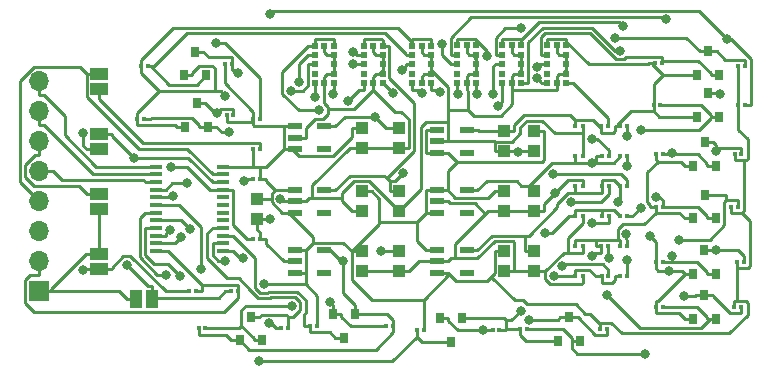
<source format=gbr>
G04 #@! TF.GenerationSoftware,KiCad,Pcbnew,5.0.2-bee76a0~70~ubuntu18.04.1*
G04 #@! TF.CreationDate,2019-01-18T08:46:58-08:00*
G04 #@! TF.ProjectId,SensorArray,53656e73-6f72-4417-9272-61792e6b6963,rev?*
G04 #@! TF.SameCoordinates,Original*
G04 #@! TF.FileFunction,Copper,L1,Top*
G04 #@! TF.FilePolarity,Positive*
%FSLAX46Y46*%
G04 Gerber Fmt 4.6, Leading zero omitted, Abs format (unit mm)*
G04 Created by KiCad (PCBNEW 5.0.2-bee76a0~70~ubuntu18.04.1) date Fri 18 Jan 2019 08:46:58 AM PST*
%MOMM*%
%LPD*%
G01*
G04 APERTURE LIST*
G04 #@! TA.AperFunction,SMDPad,CuDef*
%ADD10R,0.420000X0.460000*%
G04 #@! TD*
G04 #@! TA.AperFunction,SMDPad,CuDef*
%ADD11R,1.000000X1.100000*%
G04 #@! TD*
G04 #@! TA.AperFunction,SMDPad,CuDef*
%ADD12R,1.200000X0.600000*%
G04 #@! TD*
G04 #@! TA.AperFunction,ComponentPad*
%ADD13R,1.700000X1.700000*%
G04 #@! TD*
G04 #@! TA.AperFunction,ComponentPad*
%ADD14O,1.700000X1.700000*%
G04 #@! TD*
G04 #@! TA.AperFunction,SMDPad,CuDef*
%ADD15R,1.500000X1.000000*%
G04 #@! TD*
G04 #@! TA.AperFunction,SMDPad,CuDef*
%ADD16R,1.000000X1.500000*%
G04 #@! TD*
G04 #@! TA.AperFunction,SMDPad,CuDef*
%ADD17R,0.800000X0.900000*%
G04 #@! TD*
G04 #@! TA.AperFunction,SMDPad,CuDef*
%ADD18R,0.380000X0.400000*%
G04 #@! TD*
G04 #@! TA.AperFunction,SMDPad,CuDef*
%ADD19R,0.330000X0.400000*%
G04 #@! TD*
G04 #@! TA.AperFunction,SMDPad,CuDef*
%ADD20R,0.500000X0.500000*%
G04 #@! TD*
G04 #@! TA.AperFunction,SMDPad,CuDef*
%ADD21R,1.100000X0.400000*%
G04 #@! TD*
G04 #@! TA.AperFunction,ViaPad*
%ADD22C,0.800000*%
G04 #@! TD*
G04 #@! TA.AperFunction,Conductor*
%ADD23C,0.250000*%
G04 #@! TD*
G04 APERTURE END LIST*
D10*
G04 #@! TO.P,C1,2*
G04 #@! TO.N,GND*
X179375000Y-80010000D03*
G04 #@! TO.P,C1,1*
G04 #@! TO.N,/OUT_0*
X178715000Y-80010000D03*
G04 #@! TD*
G04 #@! TO.P,C2,1*
G04 #@! TO.N,/OUT_1*
X178715000Y-82550000D03*
G04 #@! TO.P,C2,2*
G04 #@! TO.N,GND*
X179375000Y-82550000D03*
G04 #@! TD*
G04 #@! TO.P,C3,1*
G04 #@! TO.N,/OUT_2*
X178715000Y-85090000D03*
G04 #@! TO.P,C3,2*
G04 #@! TO.N,GND*
X179375000Y-85090000D03*
G04 #@! TD*
G04 #@! TO.P,C4,2*
G04 #@! TO.N,GND*
X179375000Y-87630000D03*
G04 #@! TO.P,C4,1*
G04 #@! TO.N,/OUT_3*
X178715000Y-87630000D03*
G04 #@! TD*
G04 #@! TO.P,C5,2*
G04 #@! TO.N,GND*
X179375000Y-90170000D03*
G04 #@! TO.P,C5,1*
G04 #@! TO.N,/OUT_4*
X178715000Y-90170000D03*
G04 #@! TD*
G04 #@! TO.P,C6,1*
G04 #@! TO.N,/OUT_5*
X178715000Y-92710000D03*
G04 #@! TO.P,C6,2*
G04 #@! TO.N,GND*
X179375000Y-92710000D03*
G04 #@! TD*
D11*
G04 #@! TO.P,C7,1*
G04 #@! TO.N,GND*
X151765000Y-87845000D03*
G04 #@! TO.P,C7,2*
G04 #@! TO.N,VCC*
X151765000Y-86145000D03*
G04 #@! TD*
G04 #@! TO.P,C8,2*
G04 #@! TO.N,GND*
X175260000Y-82130000D03*
G04 #@! TO.P,C8,1*
G04 #@! TO.N,VCC*
X175260000Y-80430000D03*
G04 #@! TD*
G04 #@! TO.P,C9,1*
G04 #@! TO.N,/OUT_0*
X172720000Y-80430000D03*
G04 #@! TO.P,C9,2*
G04 #@! TO.N,GND*
X172720000Y-82130000D03*
G04 #@! TD*
G04 #@! TO.P,C10,2*
G04 #@! TO.N,GND*
X160655000Y-92290000D03*
G04 #@! TO.P,C10,1*
G04 #@! TO.N,VCC*
X160655000Y-90590000D03*
G04 #@! TD*
G04 #@! TO.P,C11,1*
G04 #@! TO.N,/OUT_5*
X163830000Y-90590000D03*
G04 #@! TO.P,C11,2*
G04 #@! TO.N,GND*
X163830000Y-92290000D03*
G04 #@! TD*
G04 #@! TO.P,C12,2*
G04 #@! TO.N,GND*
X160655000Y-87210000D03*
G04 #@! TO.P,C12,1*
G04 #@! TO.N,VCC*
X160655000Y-85510000D03*
G04 #@! TD*
G04 #@! TO.P,C13,1*
G04 #@! TO.N,/OUT_4*
X163830000Y-85510000D03*
G04 #@! TO.P,C13,2*
G04 #@! TO.N,GND*
X163830000Y-87210000D03*
G04 #@! TD*
G04 #@! TO.P,C14,1*
G04 #@! TO.N,VCC*
X160655000Y-80110000D03*
G04 #@! TO.P,C14,2*
G04 #@! TO.N,GND*
X160655000Y-81810000D03*
G04 #@! TD*
G04 #@! TO.P,C15,2*
G04 #@! TO.N,GND*
X163830000Y-81810000D03*
G04 #@! TO.P,C15,1*
G04 #@! TO.N,/OUT_3*
X163830000Y-80110000D03*
G04 #@! TD*
G04 #@! TO.P,C16,1*
G04 #@! TO.N,VCC*
X172720000Y-85510000D03*
G04 #@! TO.P,C16,2*
G04 #@! TO.N,GND*
X172720000Y-87210000D03*
G04 #@! TD*
G04 #@! TO.P,C17,1*
G04 #@! TO.N,VCC*
X172720000Y-90590000D03*
G04 #@! TO.P,C17,2*
G04 #@! TO.N,GND*
X172720000Y-92290000D03*
G04 #@! TD*
G04 #@! TO.P,C18,2*
G04 #@! TO.N,GND*
X175260000Y-87210000D03*
G04 #@! TO.P,C18,1*
G04 #@! TO.N,/OUT_1*
X175260000Y-85510000D03*
G04 #@! TD*
G04 #@! TO.P,C19,2*
G04 #@! TO.N,GND*
X175260000Y-92290000D03*
G04 #@! TO.P,C19,1*
G04 #@! TO.N,/OUT_2*
X175260000Y-90590000D03*
G04 #@! TD*
D12*
G04 #@! TO.P,IC1,5*
G04 #@! TO.N,/OUT_0*
X169545000Y-80330000D03*
G04 #@! TO.P,IC1,4*
G04 #@! TO.N,Net-(IC1-Pad4)*
X169545000Y-82230000D03*
G04 #@! TO.P,IC1,3*
G04 #@! TO.N,VCC*
X167045000Y-82230000D03*
G04 #@! TO.P,IC1,2*
G04 #@! TO.N,GND*
X167045000Y-81280000D03*
G04 #@! TO.P,IC1,1*
G04 #@! TO.N,VCC*
X167045000Y-80330000D03*
G04 #@! TD*
G04 #@! TO.P,IC2,1*
G04 #@! TO.N,VCC*
X154980000Y-90490000D03*
G04 #@! TO.P,IC2,2*
G04 #@! TO.N,GND*
X154980000Y-91440000D03*
G04 #@! TO.P,IC2,3*
G04 #@! TO.N,VCC*
X154980000Y-92390000D03*
G04 #@! TO.P,IC2,4*
G04 #@! TO.N,Net-(IC2-Pad4)*
X157480000Y-92390000D03*
G04 #@! TO.P,IC2,5*
G04 #@! TO.N,/OUT_5*
X157480000Y-90490000D03*
G04 #@! TD*
G04 #@! TO.P,IC3,1*
G04 #@! TO.N,VCC*
X154980000Y-85410000D03*
G04 #@! TO.P,IC3,2*
G04 #@! TO.N,GND*
X154980000Y-86360000D03*
G04 #@! TO.P,IC3,3*
G04 #@! TO.N,VCC*
X154980000Y-87310000D03*
G04 #@! TO.P,IC3,4*
G04 #@! TO.N,Net-(IC3-Pad4)*
X157480000Y-87310000D03*
G04 #@! TO.P,IC3,5*
G04 #@! TO.N,/OUT_4*
X157480000Y-85410000D03*
G04 #@! TD*
G04 #@! TO.P,IC4,5*
G04 #@! TO.N,/OUT_3*
X157480000Y-80010000D03*
G04 #@! TO.P,IC4,4*
G04 #@! TO.N,Net-(IC4-Pad4)*
X157480000Y-81910000D03*
G04 #@! TO.P,IC4,3*
G04 #@! TO.N,VCC*
X154980000Y-81910000D03*
G04 #@! TO.P,IC4,2*
G04 #@! TO.N,GND*
X154980000Y-80960000D03*
G04 #@! TO.P,IC4,1*
G04 #@! TO.N,VCC*
X154980000Y-80010000D03*
G04 #@! TD*
G04 #@! TO.P,IC5,1*
G04 #@! TO.N,VCC*
X167025000Y-85410000D03*
G04 #@! TO.P,IC5,2*
G04 #@! TO.N,GND*
X167025000Y-86360000D03*
G04 #@! TO.P,IC5,3*
G04 #@! TO.N,VCC*
X167025000Y-87310000D03*
G04 #@! TO.P,IC5,4*
G04 #@! TO.N,Net-(IC5-Pad4)*
X169525000Y-87310000D03*
G04 #@! TO.P,IC5,5*
G04 #@! TO.N,/OUT_1*
X169525000Y-85410000D03*
G04 #@! TD*
G04 #@! TO.P,IC6,5*
G04 #@! TO.N,/OUT_2*
X169525000Y-90490000D03*
G04 #@! TO.P,IC6,4*
G04 #@! TO.N,Net-(IC6-Pad4)*
X169525000Y-92390000D03*
G04 #@! TO.P,IC6,3*
G04 #@! TO.N,VCC*
X167025000Y-92390000D03*
G04 #@! TO.P,IC6,2*
G04 #@! TO.N,GND*
X167025000Y-91440000D03*
G04 #@! TO.P,IC6,1*
G04 #@! TO.N,VCC*
X167025000Y-90490000D03*
G04 #@! TD*
D13*
G04 #@! TO.P,J1,1*
G04 #@! TO.N,VCC*
X133350000Y-93980000D03*
D14*
G04 #@! TO.P,J1,2*
G04 #@! TO.N,GND*
X133350000Y-91440000D03*
G04 #@! TO.P,J1,3*
G04 #@! TO.N,/SD_IN*
X133350000Y-88900000D03*
G04 #@! TO.P,J1,4*
G04 #@! TO.N,/SC_IN*
X133350000Y-86360000D03*
G04 #@! TO.P,J1,5*
G04 #@! TO.N,/Reset*
X133350000Y-83820000D03*
G04 #@! TO.P,J1,6*
G04 #@! TO.N,/A0*
X133350000Y-81280000D03*
G04 #@! TO.P,J1,7*
G04 #@! TO.N,/A1*
X133350000Y-78740000D03*
G04 #@! TO.P,J1,8*
G04 #@! TO.N,/A2*
X133350000Y-76200000D03*
G04 #@! TD*
D15*
G04 #@! TO.P,JP1,1*
G04 #@! TO.N,Net-(JP1-Pad1)*
X138430000Y-81945000D03*
G04 #@! TO.P,JP1,2*
G04 #@! TO.N,/SD_IN*
X138430000Y-80645000D03*
G04 #@! TD*
G04 #@! TO.P,JP2,2*
G04 #@! TO.N,/SC_IN*
X138430000Y-75565000D03*
G04 #@! TO.P,JP2,1*
G04 #@! TO.N,Net-(JP2-Pad1)*
X138430000Y-76865000D03*
G04 #@! TD*
G04 #@! TO.P,JP3,2*
G04 #@! TO.N,/A0*
X138430000Y-85710000D03*
G04 #@! TO.P,JP3,1*
G04 #@! TO.N,VCC*
X138430000Y-87010000D03*
G04 #@! TD*
D16*
G04 #@! TO.P,JP4,2*
G04 #@! TO.N,/A1*
X142875000Y-94615000D03*
G04 #@! TO.P,JP4,1*
G04 #@! TO.N,VCC*
X141575000Y-94615000D03*
G04 #@! TD*
D15*
G04 #@! TO.P,JP5,1*
G04 #@! TO.N,/A2*
X138415000Y-92090000D03*
G04 #@! TO.P,JP5,2*
G04 #@! TO.N,VCC*
X138415000Y-90790000D03*
G04 #@! TD*
D17*
G04 #@! TO.P,Q1,3*
G04 #@! TO.N,/SD5*
X151287000Y-96107100D03*
G04 #@! TO.P,Q1,2*
G04 #@! TO.N,/SD5_2.8*
X152237000Y-98107100D03*
G04 #@! TO.P,Q1,1*
G04 #@! TO.N,/OUT_5*
X150337000Y-98107100D03*
G04 #@! TD*
G04 #@! TO.P,Q2,1*
G04 #@! TO.N,/OUT_5*
X160100000Y-95932300D03*
G04 #@! TO.P,Q2,2*
G04 #@! TO.N,/SC5_2.8*
X158200000Y-95932300D03*
G04 #@! TO.P,Q2,3*
G04 #@! TO.N,/SC5*
X159150000Y-97932300D03*
G04 #@! TD*
G04 #@! TO.P,Q3,3*
G04 #@! TO.N,/SD4*
X189673000Y-85792000D03*
G04 #@! TO.P,Q3,2*
G04 #@! TO.N,/SD4_2.8*
X190623000Y-87792000D03*
G04 #@! TO.P,Q3,1*
G04 #@! TO.N,/OUT_4*
X188723000Y-87792000D03*
G04 #@! TD*
G04 #@! TO.P,Q4,3*
G04 #@! TO.N,/SC4*
X189673000Y-81347000D03*
G04 #@! TO.P,Q4,2*
G04 #@! TO.N,/SC4_2.8*
X190623000Y-83347000D03*
G04 #@! TO.P,Q4,1*
G04 #@! TO.N,/OUT_4*
X188723000Y-83347000D03*
G04 #@! TD*
G04 #@! TO.P,Q5,3*
G04 #@! TO.N,/SD3*
X146661000Y-78053900D03*
G04 #@! TO.P,Q5,2*
G04 #@! TO.N,/SD3_2.8*
X147611000Y-80053900D03*
G04 #@! TO.P,Q5,1*
G04 #@! TO.N,/OUT_3*
X145711000Y-80053900D03*
G04 #@! TD*
G04 #@! TO.P,Q6,1*
G04 #@! TO.N,/OUT_3*
X145561000Y-75692000D03*
G04 #@! TO.P,Q6,2*
G04 #@! TO.N,/SC3_2.8*
X147461000Y-75692000D03*
G04 #@! TO.P,Q6,3*
G04 #@! TO.N,/SC3*
X146511000Y-73692000D03*
G04 #@! TD*
G04 #@! TO.P,Q7,1*
G04 #@! TO.N,/OUT_2*
X169149000Y-96265100D03*
G04 #@! TO.P,Q7,2*
G04 #@! TO.N,/SD2_2.8*
X167249000Y-96265100D03*
G04 #@! TO.P,Q7,3*
G04 #@! TO.N,/SD2*
X168199000Y-98265100D03*
G04 #@! TD*
G04 #@! TO.P,Q8,1*
G04 #@! TO.N,/OUT_0*
X189025000Y-79203900D03*
G04 #@! TO.P,Q8,2*
G04 #@! TO.N,/SD0_2.8*
X190925000Y-79203900D03*
G04 #@! TO.P,Q8,3*
G04 #@! TO.N,/SD0*
X189975000Y-77203900D03*
G04 #@! TD*
G04 #@! TO.P,Q9,3*
G04 #@! TO.N,/SD1*
X189664000Y-94312100D03*
G04 #@! TO.P,Q9,2*
G04 #@! TO.N,/SD1_2.8*
X190614000Y-96312100D03*
G04 #@! TO.P,Q9,1*
G04 #@! TO.N,/OUT_1*
X188714000Y-96312100D03*
G04 #@! TD*
G04 #@! TO.P,Q10,1*
G04 #@! TO.N,/OUT_2*
X177247000Y-98175900D03*
G04 #@! TO.P,Q10,2*
G04 #@! TO.N,/SC2_2.8*
X179147000Y-98175900D03*
G04 #@! TO.P,Q10,3*
G04 #@! TO.N,/SC2*
X178197000Y-96175900D03*
G04 #@! TD*
G04 #@! TO.P,Q11,3*
G04 #@! TO.N,/SC0*
X189975000Y-73663900D03*
G04 #@! TO.P,Q11,2*
G04 #@! TO.N,/SC0_2.8*
X190925000Y-75663900D03*
G04 #@! TO.P,Q11,1*
G04 #@! TO.N,/OUT_0*
X189025000Y-75663900D03*
G04 #@! TD*
G04 #@! TO.P,Q12,1*
G04 #@! TO.N,/OUT_1*
X188714000Y-92502100D03*
G04 #@! TO.P,Q12,2*
G04 #@! TO.N,/SC1_2.8*
X190614000Y-92502100D03*
G04 #@! TO.P,Q12,3*
G04 #@! TO.N,/SC1*
X189664000Y-90502100D03*
G04 #@! TD*
D18*
G04 #@! TO.P,R1,2*
G04 #@! TO.N,Net-(R1-Pad2)*
X181520000Y-80010000D03*
D19*
G04 #@! TO.P,R1,1*
G04 #@! TO.N,/OUT_0*
X180935000Y-80010000D03*
G04 #@! TD*
G04 #@! TO.P,R2,1*
G04 #@! TO.N,/OUT_0*
X182550000Y-80010000D03*
D18*
G04 #@! TO.P,R2,2*
G04 #@! TO.N,Net-(R2-Pad2)*
X183135000Y-80010000D03*
G04 #@! TD*
G04 #@! TO.P,R3,2*
G04 #@! TO.N,Net-(R3-Pad2)*
X183135000Y-82550000D03*
D19*
G04 #@! TO.P,R3,1*
G04 #@! TO.N,/OUT_1*
X182550000Y-82550000D03*
G04 #@! TD*
G04 #@! TO.P,R4,1*
G04 #@! TO.N,/OUT_1*
X180985000Y-82550000D03*
D18*
G04 #@! TO.P,R4,2*
G04 #@! TO.N,Net-(R4-Pad2)*
X181570000Y-82550000D03*
G04 #@! TD*
G04 #@! TO.P,R5,2*
G04 #@! TO.N,Net-(R5-Pad2)*
X183135000Y-85090000D03*
D19*
G04 #@! TO.P,R5,1*
G04 #@! TO.N,/OUT_2*
X182550000Y-85090000D03*
G04 #@! TD*
G04 #@! TO.P,R6,1*
G04 #@! TO.N,/OUT_3*
X182550000Y-87630000D03*
D18*
G04 #@! TO.P,R6,2*
G04 #@! TO.N,Net-(R6-Pad2)*
X183135000Y-87630000D03*
G04 #@! TD*
G04 #@! TO.P,R7,2*
G04 #@! TO.N,Net-(R7-Pad2)*
X181595000Y-87630000D03*
D19*
G04 #@! TO.P,R7,1*
G04 #@! TO.N,/OUT_3*
X181010000Y-87630000D03*
G04 #@! TD*
G04 #@! TO.P,R8,1*
G04 #@! TO.N,/OUT_4*
X182550000Y-90170000D03*
D18*
G04 #@! TO.P,R8,2*
G04 #@! TO.N,Net-(R8-Pad2)*
X183135000Y-90170000D03*
G04 #@! TD*
G04 #@! TO.P,R9,2*
G04 #@! TO.N,Net-(R9-Pad2)*
X181535000Y-90170000D03*
D19*
G04 #@! TO.P,R9,1*
G04 #@! TO.N,/OUT_4*
X180950000Y-90170000D03*
G04 #@! TD*
D18*
G04 #@! TO.P,R10,2*
G04 #@! TO.N,Net-(R10-Pad2)*
X183135000Y-92710000D03*
D19*
G04 #@! TO.P,R10,1*
G04 #@! TO.N,/OUT_5*
X182550000Y-92710000D03*
G04 #@! TD*
D18*
G04 #@! TO.P,R11,2*
G04 #@! TO.N,Net-(R11-Pad2)*
X181540000Y-92710000D03*
D19*
G04 #@! TO.P,R11,1*
G04 #@! TO.N,/OUT_5*
X180955000Y-92710000D03*
G04 #@! TD*
G04 #@! TO.P,R12,1*
G04 #@! TO.N,/Reset*
X151460000Y-84455000D03*
D18*
G04 #@! TO.P,R12,2*
G04 #@! TO.N,VCC*
X152045000Y-84455000D03*
G04 #@! TD*
D19*
G04 #@! TO.P,R13,1*
G04 #@! TO.N,VCC*
X151460000Y-79375000D03*
D18*
G04 #@! TO.P,R13,2*
G04 #@! TO.N,Net-(JP1-Pad1)*
X152045000Y-79375000D03*
G04 #@! TD*
D19*
G04 #@! TO.P,R14,1*
G04 #@! TO.N,VCC*
X151460000Y-81915000D03*
D18*
G04 #@! TO.P,R14,2*
G04 #@! TO.N,Net-(JP2-Pad1)*
X152045000Y-81915000D03*
G04 #@! TD*
D19*
G04 #@! TO.P,R15,1*
G04 #@! TO.N,/OUT_2*
X181005000Y-85090000D03*
D18*
G04 #@! TO.P,R15,2*
G04 #@! TO.N,Net-(R15-Pad2)*
X181590000Y-85090000D03*
G04 #@! TD*
D19*
G04 #@! TO.P,R16,1*
G04 #@! TO.N,/OUT_5*
X146832000Y-97107100D03*
D18*
G04 #@! TO.P,R16,2*
G04 #@! TO.N,/SD5_2.8*
X147417000Y-97107100D03*
G04 #@! TD*
G04 #@! TO.P,R17,2*
G04 #@! TO.N,/SC5_2.8*
X162680000Y-96932300D03*
D19*
G04 #@! TO.P,R17,1*
G04 #@! TO.N,/OUT_5*
X163265000Y-96932300D03*
G04 #@! TD*
D18*
G04 #@! TO.P,R18,2*
G04 #@! TO.N,GND*
X152045000Y-89535000D03*
D19*
G04 #@! TO.P,R18,1*
G04 #@! TO.N,/A0*
X151460000Y-89535000D03*
G04 #@! TD*
D18*
G04 #@! TO.P,R19,2*
G04 #@! TO.N,GND*
X146635000Y-93980000D03*
D19*
G04 #@! TO.P,R19,1*
G04 #@! TO.N,/A2*
X146050000Y-93980000D03*
G04 #@! TD*
G04 #@! TO.P,R20,1*
G04 #@! TO.N,/A1*
X149555000Y-93980000D03*
D18*
G04 #@! TO.P,R20,2*
G04 #@! TO.N,GND*
X150140000Y-93980000D03*
G04 #@! TD*
D19*
G04 #@! TO.P,R21,1*
G04 #@! TO.N,VCC*
X153842000Y-97107100D03*
D18*
G04 #@! TO.P,R21,2*
G04 #@! TO.N,/SD5*
X154427000Y-97107100D03*
G04 #@! TD*
G04 #@! TO.P,R22,2*
G04 #@! TO.N,/SC5*
X156310000Y-96932300D03*
D19*
G04 #@! TO.P,R22,1*
G04 #@! TO.N,VCC*
X156895000Y-96932300D03*
G04 #@! TD*
D18*
G04 #@! TO.P,R23,2*
G04 #@! TO.N,/SD4_2.8*
X186143000Y-86792000D03*
D19*
G04 #@! TO.P,R23,1*
G04 #@! TO.N,/OUT_4*
X185558000Y-86792000D03*
G04 #@! TD*
G04 #@! TO.P,R24,1*
G04 #@! TO.N,/OUT_4*
X185558000Y-82347000D03*
D18*
G04 #@! TO.P,R24,2*
G04 #@! TO.N,/SC4_2.8*
X186143000Y-82347000D03*
G04 #@! TD*
G04 #@! TO.P,R25,2*
G04 #@! TO.N,/SD4*
X192493000Y-86792000D03*
D19*
G04 #@! TO.P,R25,1*
G04 #@! TO.N,VCC*
X191908000Y-86792000D03*
G04 #@! TD*
D18*
G04 #@! TO.P,R26,2*
G04 #@! TO.N,/SC4*
X192798000Y-82347000D03*
D19*
G04 #@! TO.P,R26,1*
G04 #@! TO.N,VCC*
X192213000Y-82347000D03*
G04 #@! TD*
G04 #@! TO.P,R27,1*
G04 #@! TO.N,/OUT_3*
X141655000Y-79375000D03*
D18*
G04 #@! TO.P,R27,2*
G04 #@! TO.N,/SD3_2.8*
X142240000Y-79375000D03*
G04 #@! TD*
D19*
G04 #@! TO.P,R28,1*
G04 #@! TO.N,/OUT_3*
X141935000Y-74930000D03*
D18*
G04 #@! TO.P,R28,2*
G04 #@! TO.N,/SC3_2.8*
X142520000Y-74930000D03*
G04 #@! TD*
G04 #@! TO.P,R29,2*
G04 #@! TO.N,/SD3*
X149786000Y-79053900D03*
D19*
G04 #@! TO.P,R29,1*
G04 #@! TO.N,VCC*
X149201000Y-79053900D03*
G04 #@! TD*
G04 #@! TO.P,R30,1*
G04 #@! TO.N,VCC*
X149051000Y-74692000D03*
D18*
G04 #@! TO.P,R30,2*
G04 #@! TO.N,/SC3*
X149636000Y-74692000D03*
G04 #@! TD*
G04 #@! TO.P,R31,2*
G04 #@! TO.N,/SD2_2.8*
X171729000Y-97265100D03*
D19*
G04 #@! TO.P,R31,1*
G04 #@! TO.N,/OUT_2*
X172314000Y-97265100D03*
G04 #@! TD*
D18*
G04 #@! TO.P,R32,2*
G04 #@! TO.N,/SD0_2.8*
X185940000Y-78203900D03*
D19*
G04 #@! TO.P,R32,1*
G04 #@! TO.N,/OUT_0*
X185355000Y-78203900D03*
G04 #@! TD*
D18*
G04 #@! TO.P,R33,2*
G04 #@! TO.N,/SD1_2.8*
X186134000Y-95312100D03*
D19*
G04 #@! TO.P,R33,1*
G04 #@! TO.N,/OUT_1*
X185549000Y-95312100D03*
G04 #@! TD*
G04 #@! TO.P,R34,1*
G04 #@! TO.N,/OUT_2*
X174082000Y-97175900D03*
D18*
G04 #@! TO.P,R34,2*
G04 #@! TO.N,/SC2_2.8*
X174667000Y-97175900D03*
G04 #@! TD*
D19*
G04 #@! TO.P,R35,1*
G04 #@! TO.N,/OUT_0*
X185470000Y-74663900D03*
D18*
G04 #@! TO.P,R35,2*
G04 #@! TO.N,/SC0_2.8*
X186055000Y-74663900D03*
G04 #@! TD*
D19*
G04 #@! TO.P,R36,1*
G04 #@! TO.N,/OUT_1*
X185549000Y-91502100D03*
D18*
G04 #@! TO.P,R36,2*
G04 #@! TO.N,/SC1_2.8*
X186134000Y-91502100D03*
G04 #@! TD*
D19*
G04 #@! TO.P,R37,1*
G04 #@! TO.N,VCC*
X165896000Y-97265100D03*
D18*
G04 #@! TO.P,R37,2*
G04 #@! TO.N,/SD2*
X165311000Y-97265100D03*
G04 #@! TD*
G04 #@! TO.P,R38,2*
G04 #@! TO.N,/SD0*
X193115000Y-78203900D03*
D19*
G04 #@! TO.P,R38,1*
G04 #@! TO.N,VCC*
X192530000Y-78203900D03*
G04 #@! TD*
D18*
G04 #@! TO.P,R39,2*
G04 #@! TO.N,/SD1*
X192789000Y-95312100D03*
D19*
G04 #@! TO.P,R39,1*
G04 #@! TO.N,VCC*
X192204000Y-95312100D03*
G04 #@! TD*
D18*
G04 #@! TO.P,R40,2*
G04 #@! TO.N,/SC2*
X181410000Y-97155000D03*
D19*
G04 #@! TO.P,R40,1*
G04 #@! TO.N,VCC*
X180825000Y-97155000D03*
G04 #@! TD*
G04 #@! TO.P,R41,1*
G04 #@! TO.N,VCC*
X192505000Y-74930000D03*
D18*
G04 #@! TO.P,R41,2*
G04 #@! TO.N,/SC0*
X193090000Y-74930000D03*
G04 #@! TD*
D19*
G04 #@! TO.P,R42,1*
G04 #@! TO.N,VCC*
X192409000Y-91502100D03*
D18*
G04 #@! TO.P,R42,2*
G04 #@! TO.N,/SC1*
X192994000Y-91502100D03*
G04 #@! TD*
D20*
G04 #@! TO.P,U1,12*
G04 #@! TO.N,GND*
X165735000Y-73163000D03*
G04 #@! TO.P,U1,11*
G04 #@! TO.N,/OUT_3*
X164935000Y-73163000D03*
G04 #@! TO.P,U1,10*
G04 #@! TO.N,/SC3_2.8*
X164935000Y-73963000D03*
G04 #@! TO.P,U1,9*
G04 #@! TO.N,/SD3_2.8*
X164935000Y-74763000D03*
G04 #@! TO.P,U1,8*
G04 #@! TO.N,N/C*
X164935000Y-75563000D03*
G04 #@! TO.P,U1,7*
G04 #@! TO.N,Net-(R7-Pad2)*
X164935000Y-76363000D03*
G04 #@! TO.P,U1,6*
G04 #@! TO.N,GND*
X165735000Y-76363000D03*
G04 #@! TO.P,U1,5*
G04 #@! TO.N,Net-(R6-Pad2)*
X166535000Y-76363000D03*
G04 #@! TO.P,U1,4*
G04 #@! TO.N,GND*
X166535000Y-75563000D03*
G04 #@! TO.P,U1,3*
X166535000Y-74763000D03*
G04 #@! TO.P,U1,2*
X166535000Y-73963000D03*
G04 #@! TO.P,U1,1*
G04 #@! TO.N,/OUT_3*
X166535000Y-73163000D03*
G04 #@! TD*
D21*
G04 #@! TO.P,U2,1*
G04 #@! TO.N,/A2*
X143200000Y-83420000D03*
G04 #@! TO.P,U2,2*
G04 #@! TO.N,/A1*
X143200000Y-84070000D03*
G04 #@! TO.P,U2,3*
G04 #@! TO.N,/Reset*
X143200000Y-84720000D03*
G04 #@! TO.P,U2,4*
G04 #@! TO.N,/SC0*
X143200000Y-85370000D03*
G04 #@! TO.P,U2,5*
G04 #@! TO.N,/SD0*
X143200000Y-86020000D03*
G04 #@! TO.P,U2,6*
G04 #@! TO.N,/SC1*
X143200000Y-86670000D03*
G04 #@! TO.P,U2,7*
G04 #@! TO.N,/SD1*
X143200000Y-87320000D03*
G04 #@! TO.P,U2,8*
G04 #@! TO.N,/SC2*
X143200000Y-87970000D03*
G04 #@! TO.P,U2,9*
G04 #@! TO.N,/SD2*
X143200000Y-88620000D03*
G04 #@! TO.P,U2,10*
G04 #@! TO.N,/SC3*
X143200000Y-89270000D03*
G04 #@! TO.P,U2,11*
G04 #@! TO.N,/SD3*
X143200000Y-89920000D03*
G04 #@! TO.P,U2,12*
G04 #@! TO.N,GND*
X143200000Y-90570000D03*
G04 #@! TO.P,U2,13*
G04 #@! TO.N,/SC4*
X148900000Y-90570000D03*
G04 #@! TO.P,U2,14*
G04 #@! TO.N,/SD4*
X148900000Y-89920000D03*
G04 #@! TO.P,U2,15*
G04 #@! TO.N,/SC5*
X148900000Y-89270000D03*
G04 #@! TO.P,U2,16*
G04 #@! TO.N,/SD5*
X148900000Y-88620000D03*
G04 #@! TO.P,U2,17*
G04 #@! TO.N,Net-(U2-Pad17)*
X148900000Y-87970000D03*
G04 #@! TO.P,U2,18*
G04 #@! TO.N,Net-(U2-Pad18)*
X148900000Y-87320000D03*
G04 #@! TO.P,U2,19*
G04 #@! TO.N,Net-(U2-Pad19)*
X148900000Y-86670000D03*
G04 #@! TO.P,U2,20*
G04 #@! TO.N,Net-(U2-Pad20)*
X148900000Y-86020000D03*
G04 #@! TO.P,U2,21*
G04 #@! TO.N,/A0*
X148900000Y-85370000D03*
G04 #@! TO.P,U2,22*
G04 #@! TO.N,/SD_IN*
X148900000Y-84720000D03*
G04 #@! TO.P,U2,23*
G04 #@! TO.N,/SC_IN*
X148900000Y-84070000D03*
G04 #@! TO.P,U2,24*
G04 #@! TO.N,VCC*
X148900000Y-83420000D03*
G04 #@! TD*
D20*
G04 #@! TO.P,U3,1*
G04 #@! TO.N,/OUT_0*
X177965000Y-73153000D03*
G04 #@! TO.P,U3,2*
G04 #@! TO.N,GND*
X177965000Y-73953000D03*
G04 #@! TO.P,U3,3*
X177965000Y-74753000D03*
G04 #@! TO.P,U3,4*
X177965000Y-75553000D03*
G04 #@! TO.P,U3,5*
G04 #@! TO.N,Net-(R1-Pad2)*
X177965000Y-76353000D03*
G04 #@! TO.P,U3,6*
G04 #@! TO.N,GND*
X177165000Y-76353000D03*
G04 #@! TO.P,U3,7*
G04 #@! TO.N,Net-(R2-Pad2)*
X176365000Y-76353000D03*
G04 #@! TO.P,U3,8*
G04 #@! TO.N,N/C*
X176365000Y-75553000D03*
G04 #@! TO.P,U3,9*
G04 #@! TO.N,/SD0_2.8*
X176365000Y-74753000D03*
G04 #@! TO.P,U3,10*
G04 #@! TO.N,/SC0_2.8*
X176365000Y-73953000D03*
G04 #@! TO.P,U3,11*
G04 #@! TO.N,/OUT_0*
X176365000Y-73153000D03*
G04 #@! TO.P,U3,12*
G04 #@! TO.N,GND*
X177165000Y-73153000D03*
G04 #@! TD*
G04 #@! TO.P,U4,12*
G04 #@! TO.N,GND*
X161610000Y-73163000D03*
G04 #@! TO.P,U4,11*
G04 #@! TO.N,/OUT_4*
X160810000Y-73163000D03*
G04 #@! TO.P,U4,10*
G04 #@! TO.N,/SC4_2.8*
X160810000Y-73963000D03*
G04 #@! TO.P,U4,9*
G04 #@! TO.N,/SD4_2.8*
X160810000Y-74763000D03*
G04 #@! TO.P,U4,8*
G04 #@! TO.N,N/C*
X160810000Y-75563000D03*
G04 #@! TO.P,U4,7*
G04 #@! TO.N,Net-(R9-Pad2)*
X160810000Y-76363000D03*
G04 #@! TO.P,U4,6*
G04 #@! TO.N,GND*
X161610000Y-76363000D03*
G04 #@! TO.P,U4,5*
G04 #@! TO.N,Net-(R8-Pad2)*
X162410000Y-76363000D03*
G04 #@! TO.P,U4,4*
G04 #@! TO.N,GND*
X162410000Y-75563000D03*
G04 #@! TO.P,U4,3*
X162410000Y-74763000D03*
G04 #@! TO.P,U4,2*
X162410000Y-73963000D03*
G04 #@! TO.P,U4,1*
G04 #@! TO.N,/OUT_4*
X162410000Y-73163000D03*
G04 #@! TD*
G04 #@! TO.P,U5,12*
G04 #@! TO.N,GND*
X173355000Y-73153000D03*
G04 #@! TO.P,U5,11*
G04 #@! TO.N,/OUT_1*
X172555000Y-73153000D03*
G04 #@! TO.P,U5,10*
G04 #@! TO.N,/SC1_2.8*
X172555000Y-73953000D03*
G04 #@! TO.P,U5,9*
G04 #@! TO.N,/SD1_2.8*
X172555000Y-74753000D03*
G04 #@! TO.P,U5,8*
G04 #@! TO.N,N/C*
X172555000Y-75553000D03*
G04 #@! TO.P,U5,7*
G04 #@! TO.N,Net-(R4-Pad2)*
X172555000Y-76353000D03*
G04 #@! TO.P,U5,6*
G04 #@! TO.N,GND*
X173355000Y-76353000D03*
G04 #@! TO.P,U5,5*
G04 #@! TO.N,Net-(R3-Pad2)*
X174155000Y-76353000D03*
G04 #@! TO.P,U5,4*
G04 #@! TO.N,GND*
X174155000Y-75553000D03*
G04 #@! TO.P,U5,3*
X174155000Y-74753000D03*
G04 #@! TO.P,U5,2*
X174155000Y-73953000D03*
G04 #@! TO.P,U5,1*
G04 #@! TO.N,/OUT_1*
X174155000Y-73153000D03*
G04 #@! TD*
G04 #@! TO.P,U6,1*
G04 #@! TO.N,/OUT_5*
X158280000Y-73163000D03*
G04 #@! TO.P,U6,2*
G04 #@! TO.N,GND*
X158280000Y-73963000D03*
G04 #@! TO.P,U6,3*
X158280000Y-74763000D03*
G04 #@! TO.P,U6,4*
X158280000Y-75563000D03*
G04 #@! TO.P,U6,5*
G04 #@! TO.N,Net-(R10-Pad2)*
X158280000Y-76363000D03*
G04 #@! TO.P,U6,6*
G04 #@! TO.N,GND*
X157480000Y-76363000D03*
G04 #@! TO.P,U6,7*
G04 #@! TO.N,Net-(R11-Pad2)*
X156680000Y-76363000D03*
G04 #@! TO.P,U6,8*
G04 #@! TO.N,N/C*
X156680000Y-75563000D03*
G04 #@! TO.P,U6,9*
G04 #@! TO.N,/SD5_2.8*
X156680000Y-74763000D03*
G04 #@! TO.P,U6,10*
G04 #@! TO.N,/SC5_2.8*
X156680000Y-73963000D03*
G04 #@! TO.P,U6,11*
G04 #@! TO.N,/OUT_5*
X156680000Y-73163000D03*
G04 #@! TO.P,U6,12*
G04 #@! TO.N,GND*
X157480000Y-73163000D03*
G04 #@! TD*
G04 #@! TO.P,U7,1*
G04 #@! TO.N,/OUT_2*
X170345000Y-73153000D03*
G04 #@! TO.P,U7,2*
G04 #@! TO.N,GND*
X170345000Y-73953000D03*
G04 #@! TO.P,U7,3*
X170345000Y-74753000D03*
G04 #@! TO.P,U7,4*
X170345000Y-75553000D03*
G04 #@! TO.P,U7,5*
G04 #@! TO.N,Net-(R5-Pad2)*
X170345000Y-76353000D03*
G04 #@! TO.P,U7,6*
G04 #@! TO.N,GND*
X169545000Y-76353000D03*
G04 #@! TO.P,U7,7*
G04 #@! TO.N,Net-(R15-Pad2)*
X168745000Y-76353000D03*
G04 #@! TO.P,U7,8*
G04 #@! TO.N,N/C*
X168745000Y-75553000D03*
G04 #@! TO.P,U7,9*
G04 #@! TO.N,/SD2_2.8*
X168745000Y-74753000D03*
G04 #@! TO.P,U7,10*
G04 #@! TO.N,/SC2_2.8*
X168745000Y-73953000D03*
G04 #@! TO.P,U7,11*
G04 #@! TO.N,/OUT_2*
X168745000Y-73153000D03*
G04 #@! TO.P,U7,12*
G04 #@! TO.N,GND*
X169545000Y-73153000D03*
G04 #@! TD*
D22*
G04 #@! TO.N,GND*
X153759900Y-86121900D03*
X173908700Y-82199500D03*
X176983700Y-85666000D03*
X152900300Y-87845000D03*
G04 #@! TO.N,/OUT_1*
X180152500Y-83105300D03*
X185021600Y-89280700D03*
X186693300Y-92248000D03*
X182754200Y-71489900D03*
G04 #@! TO.N,/OUT_2*
X174130500Y-95624100D03*
X171252700Y-74037600D03*
X182382100Y-86375700D03*
G04 #@! TO.N,/OUT_3*
X161814500Y-79196000D03*
X149082000Y-77396900D03*
X176167600Y-89060900D03*
G04 #@! TO.N,/OUT_4*
X180124400Y-90972800D03*
X164180000Y-83959100D03*
G04 #@! TO.N,/OUT_5*
X157053100Y-78659100D03*
X176903300Y-92660000D03*
X162277900Y-90539000D03*
X159097200Y-91440000D03*
G04 #@! TO.N,VCC*
X152791300Y-96691300D03*
X152366800Y-93391500D03*
G04 #@! TO.N,/SD_IN*
X141362300Y-82644700D03*
G04 #@! TO.N,/Reset*
X150690900Y-84594700D03*
G04 #@! TO.N,/A0*
X144538100Y-83460500D03*
G04 #@! TO.N,/A1*
X140764600Y-91712800D03*
G04 #@! TO.N,/A2*
X137041400Y-92126300D03*
G04 #@! TO.N,Net-(JP1-Pad1)*
X137071100Y-80537000D03*
X148340700Y-72916800D03*
G04 #@! TO.N,/SD5_2.8*
X154721600Y-95191300D03*
X154659600Y-76988400D03*
G04 #@! TO.N,/SC5_2.8*
X157954300Y-94879200D03*
X155375500Y-76227000D03*
G04 #@! TO.N,/SD4*
X187499500Y-89624000D03*
X149051900Y-91396100D03*
G04 #@! TO.N,/SD4_2.8*
X185566000Y-85971900D03*
X159951100Y-74763000D03*
G04 #@! TO.N,/SC4*
X190672500Y-82055000D03*
X150583500Y-91112800D03*
G04 #@! TO.N,/SC4_2.8*
X159933000Y-73749200D03*
X186945500Y-82292800D03*
G04 #@! TO.N,/SD3*
X148387700Y-78915600D03*
X145347200Y-89382500D03*
G04 #@! TO.N,/SD3_2.8*
X149378300Y-80513600D03*
X164062100Y-75234200D03*
G04 #@! TO.N,/SC3*
X150147000Y-75500900D03*
X144383500Y-88756700D03*
G04 #@! TO.N,/SD2_2.8*
X170915300Y-97225700D03*
X167414900Y-73022600D03*
G04 #@! TO.N,/SD2*
X151915300Y-99901000D03*
X145285400Y-92669000D03*
G04 #@! TO.N,/SD0_2.8*
X175496300Y-74938300D03*
X184280500Y-80312500D03*
G04 #@! TO.N,/SD0*
X152875000Y-70460300D03*
X144655100Y-85924100D03*
X191561200Y-72581500D03*
X190991000Y-77298800D03*
G04 #@! TO.N,/SD1*
X187971800Y-94380700D03*
X144110400Y-92592900D03*
G04 #@! TO.N,/SD1_2.8*
X181428800Y-94304400D03*
X171804100Y-77292200D03*
G04 #@! TO.N,/SC2_2.8*
X184612700Y-99262600D03*
X186412600Y-70933400D03*
G04 #@! TO.N,/SC2*
X174829600Y-96366900D03*
X146087700Y-88708200D03*
G04 #@! TO.N,/SC0*
X182051800Y-72555800D03*
X145846700Y-84840500D03*
G04 #@! TO.N,/SC1_2.8*
X186908000Y-90978800D03*
X174167100Y-71672900D03*
G04 #@! TO.N,/SC1*
X190666500Y-90456100D03*
X147038100Y-92094300D03*
G04 #@! TO.N,Net-(R2-Pad2)*
X183135000Y-80812500D03*
X175495900Y-75938700D03*
G04 #@! TO.N,Net-(R3-Pad2)*
X183135000Y-83387000D03*
X182492300Y-73586000D03*
G04 #@! TO.N,Net-(R4-Pad2)*
X180128300Y-81056700D03*
X172146800Y-78322800D03*
G04 #@! TO.N,Net-(R5-Pad2)*
X176834600Y-84041000D03*
X170397900Y-77289600D03*
G04 #@! TO.N,Net-(R6-Pad2)*
X184257500Y-86903600D03*
X167241800Y-77069800D03*
G04 #@! TO.N,Net-(R7-Pad2)*
X165776800Y-77214400D03*
X180170400Y-88155300D03*
G04 #@! TO.N,Net-(R8-Pad2)*
X183042600Y-89080300D03*
X163295000Y-77216500D03*
G04 #@! TO.N,Net-(R9-Pad2)*
X181626300Y-91132300D03*
X159525800Y-77817800D03*
G04 #@! TO.N,Net-(R10-Pad2)*
X183135000Y-91349400D03*
X158215000Y-77232500D03*
G04 #@! TO.N,Net-(R11-Pad2)*
X156707400Y-77498100D03*
X177635500Y-91862500D03*
G04 #@! TO.N,Net-(R15-Pad2)*
X178377100Y-86382500D03*
X168830000Y-77289600D03*
G04 #@! TD*
D23*
G04 #@! TO.N,GND*
X157778400Y-78543100D02*
X157778400Y-78358600D01*
X157778400Y-78358600D02*
X157480000Y-78060200D01*
X157480000Y-78060200D02*
X157480000Y-76938300D01*
X155905300Y-80960000D02*
X155905300Y-80186700D01*
X155905300Y-80186700D02*
X156707600Y-79384400D01*
X156707600Y-79384400D02*
X157353600Y-79384400D01*
X157353600Y-79384400D02*
X157778400Y-78959600D01*
X157778400Y-78959600D02*
X157778400Y-78543100D01*
X157778400Y-78543100D02*
X160005200Y-78543100D01*
X160005200Y-78543100D02*
X161610000Y-76938300D01*
X158280000Y-75563000D02*
X157704700Y-75563000D01*
X157480000Y-76363000D02*
X157480000Y-75787700D01*
X157480000Y-75787700D02*
X157704700Y-75563000D01*
X157480000Y-76650600D02*
X157480000Y-76363000D01*
X157480000Y-76650600D02*
X157480000Y-76938300D01*
X158979700Y-86085000D02*
X158979700Y-85614700D01*
X158979700Y-85614700D02*
X159959800Y-84634600D01*
X159959800Y-84634600D02*
X161294200Y-84634600D01*
X161294200Y-84634600D02*
X163790400Y-87130800D01*
X159829700Y-87210000D02*
X158979700Y-86360000D01*
X158979700Y-86360000D02*
X158979700Y-86085000D01*
X156481700Y-86085000D02*
X158979700Y-86085000D01*
X154980000Y-86360000D02*
X155905300Y-86360000D01*
X156481700Y-86085000D02*
X156180300Y-86085000D01*
X156180300Y-86085000D02*
X155905300Y-86360000D01*
X159829700Y-81810000D02*
X159667500Y-81810000D01*
X159667500Y-81810000D02*
X156481700Y-84995800D01*
X156481700Y-84995800D02*
X156481700Y-86085000D01*
X154980000Y-86360000D02*
X154054700Y-86360000D01*
X154054700Y-86360000D02*
X153816600Y-86121900D01*
X153816600Y-86121900D02*
X153759900Y-86121900D01*
X169632600Y-78606000D02*
X170116100Y-79089500D01*
X170116100Y-79089500D02*
X172405900Y-79089500D01*
X172405900Y-79089500D02*
X173355000Y-78140400D01*
X173355000Y-78140400D02*
X173355000Y-76928300D01*
X174155000Y-74753000D02*
X174155000Y-75328300D01*
X173867400Y-75553000D02*
X174092100Y-75328300D01*
X174092100Y-75328300D02*
X174155000Y-75328300D01*
X173867400Y-75553000D02*
X173579700Y-75553000D01*
X174155000Y-75553000D02*
X173867400Y-75553000D01*
X169545000Y-76353000D02*
X169545000Y-76928300D01*
X167975100Y-78606000D02*
X169632600Y-78606000D01*
X169545000Y-76928300D02*
X169632600Y-77015900D01*
X169632600Y-77015900D02*
X169632600Y-78606000D01*
X169545000Y-76177900D02*
X169545000Y-76353000D01*
X173355000Y-76928300D02*
X173355000Y-76353000D01*
X177165000Y-76928300D02*
X173355000Y-76928300D01*
X177165000Y-76353000D02*
X177165000Y-76928300D01*
X177165000Y-76177900D02*
X177165000Y-76353000D01*
X167975100Y-78606000D02*
X167975100Y-76715400D01*
X167975100Y-76715400D02*
X166822700Y-75563000D01*
X167975100Y-79649700D02*
X167975100Y-78606000D01*
X167975100Y-79649700D02*
X167975100Y-81280000D01*
X167975100Y-79649700D02*
X166098700Y-79649700D01*
X166098700Y-79649700D02*
X165649300Y-80099100D01*
X165649300Y-80099100D02*
X165649300Y-85271900D01*
X165649300Y-85271900D02*
X163790400Y-87130800D01*
X167975100Y-81280000D02*
X171869300Y-81280000D01*
X171869300Y-81280000D02*
X171894700Y-81305400D01*
X167970300Y-81280000D02*
X167975100Y-81280000D01*
X173355000Y-76353000D02*
X173355000Y-75777700D01*
X173355000Y-75777700D02*
X173579700Y-75553000D01*
X170345000Y-74753000D02*
X170345000Y-74177700D01*
X170057400Y-73953000D02*
X170282100Y-74177700D01*
X170282100Y-74177700D02*
X170345000Y-74177700D01*
X170057400Y-73953000D02*
X169769700Y-73953000D01*
X170345000Y-73953000D02*
X170057400Y-73953000D01*
X170345000Y-75553000D02*
X170345000Y-75328300D01*
X169913600Y-75553000D02*
X170345000Y-75553000D01*
X169913600Y-75553000D02*
X169769700Y-75553000D01*
X169545000Y-73153000D02*
X169545000Y-73728300D01*
X169545000Y-73728300D02*
X169769700Y-73953000D01*
X163790400Y-87130800D02*
X163830000Y-87170400D01*
X163830000Y-87170400D02*
X163830000Y-87210000D01*
X166822700Y-75563000D02*
X166598000Y-75338300D01*
X166598000Y-75338300D02*
X166535000Y-75338300D01*
X166535000Y-74763000D02*
X166535000Y-75338300D01*
X166535000Y-75563000D02*
X166822700Y-75563000D01*
X176085300Y-87210000D02*
X176085300Y-86564400D01*
X176085300Y-86564400D02*
X176983700Y-85666000D01*
X179375000Y-84534700D02*
X178115000Y-84534700D01*
X178115000Y-84534700D02*
X176983700Y-85666000D01*
X173908700Y-82199500D02*
X173908700Y-82130000D01*
X173908700Y-82130000D02*
X172720000Y-82130000D01*
X175260000Y-82130000D02*
X173908700Y-82130000D01*
X143200000Y-90570000D02*
X144265600Y-90570000D01*
X144265600Y-90570000D02*
X147150300Y-93454700D01*
X162410000Y-74763000D02*
X162410000Y-75338300D01*
X162122400Y-75563000D02*
X162347100Y-75338300D01*
X162347100Y-75338300D02*
X162410000Y-75338300D01*
X162122400Y-75563000D02*
X161834700Y-75563000D01*
X162410000Y-75563000D02*
X162122400Y-75563000D01*
X161610000Y-76363000D02*
X161610000Y-75787700D01*
X161610000Y-75787700D02*
X161834700Y-75563000D01*
X158280000Y-75563000D02*
X158280000Y-75338300D01*
X152045000Y-89535000D02*
X152560300Y-89535000D01*
X152560300Y-89535000D02*
X152560300Y-89945600D01*
X152560300Y-89945600D02*
X154054700Y-91440000D01*
X152045000Y-89535000D02*
X152045000Y-89000300D01*
X152045000Y-89000300D02*
X151765000Y-88720300D01*
X154980000Y-91440000D02*
X154054700Y-91440000D01*
X152590300Y-87845000D02*
X152900300Y-87845000D01*
X151765000Y-87845000D02*
X152590300Y-87845000D01*
X147150300Y-93980000D02*
X147150300Y-93454700D01*
X179375000Y-82550000D02*
X179375000Y-80565300D01*
X167025000Y-91440000D02*
X165505300Y-91440000D01*
X165505300Y-91440000D02*
X164655300Y-92290000D01*
X168571200Y-91165000D02*
X170434000Y-91165000D01*
X170434000Y-91165000D02*
X171898300Y-89700700D01*
X171898300Y-89700700D02*
X173416600Y-89700700D01*
X173416600Y-89700700D02*
X173545400Y-89829500D01*
X173545400Y-89829500D02*
X173545400Y-92290000D01*
X167950300Y-91440000D02*
X168225300Y-91165000D01*
X168225300Y-91165000D02*
X168571200Y-91165000D01*
X168571200Y-91165000D02*
X168571200Y-90001500D01*
X168571200Y-90001500D02*
X171119300Y-87453400D01*
X173545400Y-92290000D02*
X172720000Y-92290000D01*
X175260000Y-92290000D02*
X173545400Y-92290000D01*
X150140000Y-94505300D02*
X148954900Y-95690400D01*
X148954900Y-95690400D02*
X132868300Y-95690400D01*
X132868300Y-95690400D02*
X132174600Y-94996700D01*
X132174600Y-94996700D02*
X132174600Y-92982700D01*
X132174600Y-92982700D02*
X132542000Y-92615300D01*
X132542000Y-92615300D02*
X133350000Y-92615300D01*
X167025000Y-86360000D02*
X167950300Y-86360000D01*
X171119300Y-87453400D02*
X171362700Y-87210000D01*
X171362700Y-87210000D02*
X171894700Y-87210000D01*
X167950300Y-86360000D02*
X168123500Y-86533200D01*
X168123500Y-86533200D02*
X170199100Y-86533200D01*
X170199100Y-86533200D02*
X171119300Y-87453400D01*
X171894700Y-81305400D02*
X173320100Y-81305400D01*
X173320100Y-81305400D02*
X173320200Y-81305300D01*
X173320200Y-81305300D02*
X173354800Y-81305300D01*
X173354800Y-81305300D02*
X174076000Y-80584100D01*
X174076000Y-80584100D02*
X174076000Y-80070500D01*
X174076000Y-80070500D02*
X174635500Y-79511000D01*
X174635500Y-79511000D02*
X175924000Y-79511000D01*
X175924000Y-79511000D02*
X176978300Y-80565300D01*
X176978300Y-80565300D02*
X179375000Y-80565300D01*
X171894700Y-82130000D02*
X171894700Y-81305400D01*
X176178000Y-92290000D02*
X177742700Y-90725300D01*
X177742700Y-90725300D02*
X178107600Y-90725300D01*
X176085300Y-92290000D02*
X176178000Y-92290000D01*
X176178000Y-92290000D02*
X176178000Y-92960400D01*
X176178000Y-92960400D02*
X176602900Y-93385300D01*
X176602900Y-93385300D02*
X179255000Y-93385300D01*
X179255000Y-93385300D02*
X179375000Y-93265300D01*
X167025000Y-91440000D02*
X167950300Y-91440000D01*
X164655300Y-81810000D02*
X164655300Y-79417500D01*
X164655300Y-79417500D02*
X164015700Y-78777900D01*
X164015700Y-78777900D02*
X163449600Y-78777900D01*
X163449600Y-78777900D02*
X161610000Y-76938300D01*
X163830000Y-81810000D02*
X164655300Y-81810000D01*
X160655000Y-81810000D02*
X163830000Y-81810000D01*
X158280000Y-74763000D02*
X158280000Y-73963000D01*
X147150300Y-93454700D02*
X150140000Y-93454700D01*
X161610000Y-76363000D02*
X161610000Y-76938300D01*
X175672700Y-92290000D02*
X175260000Y-92290000D01*
X175672700Y-92290000D02*
X176085300Y-92290000D01*
X179375000Y-85090000D02*
X179375000Y-84534700D01*
X175260000Y-87210000D02*
X176085300Y-87210000D01*
X172720000Y-87210000D02*
X175260000Y-87210000D01*
X165735000Y-76182900D02*
X165735000Y-76363000D01*
X174155000Y-73953000D02*
X174155000Y-74753000D01*
X154980000Y-80960000D02*
X155905300Y-80960000D01*
X150140000Y-93980000D02*
X150140000Y-94505300D01*
X133350000Y-91440000D02*
X133350000Y-92615300D01*
X178107600Y-90725300D02*
X178107600Y-89452700D01*
X178107600Y-89452700D02*
X179375000Y-88185300D01*
X169545000Y-76177900D02*
X169545000Y-75777700D01*
X172720000Y-82130000D02*
X171894700Y-82130000D01*
X167045000Y-81280000D02*
X167970300Y-81280000D01*
X178107600Y-90725300D02*
X179375000Y-90725300D01*
X179375000Y-87630000D02*
X179375000Y-88185300D01*
X179375000Y-92710000D02*
X179375000Y-93265300D01*
X179375000Y-80010000D02*
X179375000Y-80565300D01*
X172720000Y-87210000D02*
X171894700Y-87210000D01*
X163830000Y-92290000D02*
X164655300Y-92290000D01*
X160655000Y-92290000D02*
X163830000Y-92290000D01*
X179375000Y-90170000D02*
X179375000Y-90725300D01*
X160655000Y-81810000D02*
X159829700Y-81810000D01*
X160655000Y-87210000D02*
X159829700Y-87210000D01*
X146635000Y-93980000D02*
X147150300Y-93980000D01*
X151765000Y-87845000D02*
X151765000Y-88720300D01*
X150140000Y-93980000D02*
X150140000Y-93454700D01*
X165735000Y-76182900D02*
X165735000Y-75787700D01*
X166535000Y-73963000D02*
X165959700Y-73963000D01*
X165959700Y-73963000D02*
X165735000Y-73738300D01*
X166535000Y-73963000D02*
X166535000Y-74763000D01*
X166535000Y-75563000D02*
X165959700Y-75563000D01*
X165959700Y-75563000D02*
X165735000Y-75787700D01*
X165735000Y-73163000D02*
X165735000Y-73738300D01*
X161610000Y-73738300D02*
X161834700Y-73963000D01*
X161834700Y-73963000D02*
X162410000Y-73963000D01*
X162410000Y-73963000D02*
X162410000Y-74763000D01*
X161610000Y-73163000D02*
X161610000Y-73738300D01*
X174155000Y-73953000D02*
X173579700Y-73953000D01*
X173579700Y-73953000D02*
X173355000Y-73728300D01*
X173355000Y-73153000D02*
X173355000Y-73728300D01*
X177165000Y-76177900D02*
X177165000Y-75777700D01*
X177965000Y-74753000D02*
X177965000Y-73953000D01*
X177965000Y-75040600D02*
X177965000Y-74753000D01*
X177965000Y-75040600D02*
X177965000Y-75328300D01*
X177677400Y-75553000D02*
X177902100Y-75328300D01*
X177902100Y-75328300D02*
X177965000Y-75328300D01*
X177677400Y-75553000D02*
X177389700Y-75553000D01*
X177965000Y-75553000D02*
X177677400Y-75553000D01*
X177165000Y-75777700D02*
X177389700Y-75553000D01*
X177965000Y-73953000D02*
X177389700Y-73953000D01*
X177165000Y-73153000D02*
X177165000Y-73728300D01*
X177165000Y-73728300D02*
X177389700Y-73953000D01*
X158280000Y-75050600D02*
X158280000Y-74763000D01*
X158280000Y-75050600D02*
X158280000Y-75338300D01*
X158280000Y-73963000D02*
X157704700Y-73963000D01*
X157480000Y-73163000D02*
X157480000Y-73738300D01*
X157480000Y-73738300D02*
X157704700Y-73963000D01*
X170345000Y-75040600D02*
X170345000Y-74753000D01*
X170345000Y-75040600D02*
X170345000Y-75328300D01*
X169545000Y-75777700D02*
X169769700Y-75553000D01*
G04 #@! TO.N,/OUT_0*
X177965000Y-72865300D02*
X179861300Y-74761600D01*
X179861300Y-74761600D02*
X184882000Y-74761600D01*
X184882000Y-74761600D02*
X184979700Y-74663900D01*
X178715000Y-79454700D02*
X178313800Y-79053500D01*
X178313800Y-79053500D02*
X174406000Y-79053500D01*
X174406000Y-79053500D02*
X173545300Y-79914200D01*
X173545300Y-79914200D02*
X173545300Y-80430000D01*
X180935000Y-80141300D02*
X180248400Y-79454700D01*
X180248400Y-79454700D02*
X178715000Y-79454700D01*
X172720000Y-80430000D02*
X173545300Y-80430000D01*
X169545000Y-80330000D02*
X170470300Y-80330000D01*
X172720000Y-80430000D02*
X170570300Y-80430000D01*
X170570300Y-80430000D02*
X170470300Y-80330000D01*
X180935000Y-80141300D02*
X180935000Y-80535300D01*
X180935000Y-80010000D02*
X180935000Y-80141300D01*
X189025000Y-79203900D02*
X185829700Y-79203900D01*
X185829700Y-79203900D02*
X185355000Y-78729200D01*
X178715000Y-80010000D02*
X178715000Y-79454700D01*
X185355000Y-78680000D02*
X185355000Y-78729200D01*
X185355000Y-78466500D02*
X185355000Y-78680000D01*
X185355000Y-78203900D02*
X185355000Y-77678600D01*
X186124500Y-75663900D02*
X185355000Y-76433400D01*
X185355000Y-76433400D02*
X185355000Y-77678600D01*
X182059700Y-80010000D02*
X182059700Y-80377700D01*
X182059700Y-80377700D02*
X181902100Y-80535300D01*
X181902100Y-80535300D02*
X180935000Y-80535300D01*
X186124500Y-75663900D02*
X189025000Y-75663900D01*
X185224900Y-74663900D02*
X185224900Y-74764300D01*
X185224900Y-74764300D02*
X186124500Y-75663900D01*
X185355000Y-78466500D02*
X185355000Y-78203900D01*
X182304900Y-80010000D02*
X182304900Y-79878500D01*
X182304900Y-79878500D02*
X183454200Y-78729200D01*
X183454200Y-78729200D02*
X185355000Y-78729200D01*
X182304900Y-80010000D02*
X182059700Y-80010000D01*
X182550000Y-80010000D02*
X182304900Y-80010000D01*
X185224900Y-74663900D02*
X184979700Y-74663900D01*
X185470000Y-74663900D02*
X185224900Y-74663900D01*
X177965000Y-72865300D02*
X177965000Y-72577700D01*
X177965000Y-73153000D02*
X177965000Y-72865300D01*
X176365000Y-73153000D02*
X176365000Y-72577700D01*
X176365000Y-72577700D02*
X177965000Y-72577700D01*
G04 #@! TO.N,/OUT_1*
X182754200Y-71489900D02*
X182472800Y-71208500D01*
X182472800Y-71208500D02*
X175668000Y-71208500D01*
X175668000Y-71208500D02*
X174155000Y-72721500D01*
X185549000Y-91502100D02*
X185549000Y-89808100D01*
X185549000Y-89808100D02*
X185021600Y-89280700D01*
X174800000Y-85049900D02*
X174799900Y-85050000D01*
X174799900Y-85050000D02*
X174172900Y-85050000D01*
X174172900Y-85050000D02*
X173757500Y-84634600D01*
X173757500Y-84634600D02*
X171225700Y-84634600D01*
X171225700Y-84634600D02*
X170450300Y-85410000D01*
X178715000Y-83105300D02*
X176744600Y-83105300D01*
X176744600Y-83105300D02*
X174800000Y-85049900D01*
X174800000Y-85049900D02*
X175260000Y-85510000D01*
X180152500Y-83105300D02*
X178715000Y-83105300D01*
X180494700Y-83105300D02*
X180152500Y-83105300D01*
X185549000Y-91618000D02*
X185549000Y-91502100D01*
X186693300Y-92248000D02*
X187734600Y-92248000D01*
X187734600Y-92248000D02*
X187988700Y-92502100D01*
X185549000Y-92027400D02*
X185769600Y-92248000D01*
X185769600Y-92248000D02*
X186693300Y-92248000D01*
X174155000Y-72721500D02*
X174155000Y-72577700D01*
X174155000Y-73153000D02*
X174155000Y-72721500D01*
X182550000Y-82550000D02*
X181994700Y-83105300D01*
X181994700Y-83105300D02*
X180494700Y-83105300D01*
X185549000Y-91618000D02*
X185549000Y-91733900D01*
X172555000Y-73153000D02*
X172555000Y-72577700D01*
X180985000Y-82550000D02*
X180494700Y-82550000D01*
X169525000Y-85410000D02*
X170450300Y-85410000D01*
X185549000Y-91764700D02*
X185549000Y-91733900D01*
X185549000Y-91764700D02*
X185549000Y-92027400D01*
X185549000Y-95312100D02*
X185549000Y-94786800D01*
X188053000Y-92502100D02*
X185768300Y-94786800D01*
X185768300Y-94786800D02*
X185549000Y-94786800D01*
X188351400Y-92502100D02*
X188053000Y-92502100D01*
X188053000Y-92502100D02*
X187988700Y-92502100D01*
X188714000Y-92502100D02*
X188351400Y-92502100D01*
X180494700Y-82550000D02*
X180494700Y-83105300D01*
X188714000Y-96312100D02*
X187988700Y-96312100D01*
X185549000Y-95312100D02*
X185549000Y-95837400D01*
X185549000Y-95837400D02*
X187514000Y-95837400D01*
X187514000Y-95837400D02*
X187988700Y-96312100D01*
X178715000Y-82550000D02*
X178715000Y-83105300D01*
X174155000Y-72577700D02*
X172555000Y-72577700D01*
G04 #@! TO.N,/OUT_2*
X170345000Y-72721500D02*
X171252700Y-73629200D01*
X171252700Y-73629200D02*
X171252700Y-74037600D01*
X182550000Y-85090000D02*
X182550000Y-86207800D01*
X182550000Y-86207800D02*
X182382100Y-86375700D01*
X172893500Y-96431900D02*
X173322700Y-96431900D01*
X173322700Y-96431900D02*
X174130500Y-95624100D01*
X172893500Y-96431900D02*
X172726700Y-96265100D01*
X172726700Y-96265100D02*
X169874300Y-96265100D01*
X172893500Y-97175900D02*
X172893500Y-96431900D01*
X178715000Y-85645300D02*
X178088600Y-85645300D01*
X178088600Y-85645300D02*
X177182800Y-86551100D01*
X177182800Y-86551100D02*
X177182800Y-86864300D01*
X177182800Y-86864300D02*
X174796700Y-89250400D01*
X174796700Y-89250400D02*
X174434700Y-89250400D01*
X168745000Y-73153000D02*
X168745000Y-72577700D01*
X168745000Y-72577700D02*
X170201200Y-72577700D01*
X170201200Y-72577700D02*
X170345000Y-72721500D01*
X174082000Y-97701200D02*
X174556700Y-98175900D01*
X174556700Y-98175900D02*
X176521700Y-98175900D01*
X174434700Y-89250400D02*
X171689900Y-89250400D01*
X171689900Y-89250400D02*
X170450300Y-90490000D01*
X174434700Y-89250400D02*
X174434700Y-90590000D01*
X181005000Y-85615300D02*
X180975000Y-85645300D01*
X180975000Y-85645300D02*
X178715000Y-85645300D01*
X170345000Y-73153000D02*
X170345000Y-72721500D01*
X181005000Y-84564700D02*
X182024700Y-84564700D01*
X182024700Y-84564700D02*
X182550000Y-85090000D01*
X169149000Y-96265100D02*
X169874300Y-96265100D01*
X181005000Y-85090000D02*
X181005000Y-84564700D01*
X181005000Y-85352600D02*
X181005000Y-85090000D01*
X181005000Y-85352600D02*
X181005000Y-85615300D01*
X175260000Y-90590000D02*
X174434700Y-90590000D01*
X177247000Y-98175900D02*
X176521700Y-98175900D01*
X178715000Y-85090000D02*
X178715000Y-85645300D01*
X169525000Y-90490000D02*
X170450300Y-90490000D01*
X172893500Y-97175900D02*
X172804300Y-97265100D01*
X174082000Y-97175900D02*
X172893500Y-97175900D01*
X174082000Y-97175900D02*
X174082000Y-97701200D01*
X172314000Y-97265100D02*
X172804300Y-97265100D01*
G04 #@! TO.N,/OUT_3*
X157480000Y-80010000D02*
X158405300Y-80010000D01*
X158405300Y-80010000D02*
X159219300Y-79196000D01*
X159219300Y-79196000D02*
X161814500Y-79196000D01*
X161814500Y-79196000D02*
X162728500Y-80110000D01*
X162728500Y-80110000D02*
X163830000Y-80110000D01*
X181010000Y-87104700D02*
X182024700Y-87104700D01*
X182024700Y-87104700D02*
X182550000Y-87630000D01*
X148191800Y-77012500D02*
X148697600Y-77012500D01*
X148697600Y-77012500D02*
X149082000Y-77396900D01*
X148191800Y-77012500D02*
X143492200Y-77012500D01*
X146286300Y-75692000D02*
X146286300Y-75510700D01*
X146286300Y-75510700D02*
X146893100Y-74903900D01*
X146893100Y-74903900D02*
X148010000Y-74903900D01*
X148010000Y-74903900D02*
X148191800Y-75085700D01*
X148191800Y-75085700D02*
X148191800Y-77012500D01*
X164935000Y-72875300D02*
X163735300Y-71675600D01*
X163735300Y-71675600D02*
X144664100Y-71675600D01*
X144664100Y-71675600D02*
X141935000Y-74404700D01*
X178179700Y-87630000D02*
X176748800Y-89060900D01*
X176748800Y-89060900D02*
X176167600Y-89060900D01*
X178715000Y-87630000D02*
X178179700Y-87630000D01*
X141935000Y-74930000D02*
X141935000Y-74404700D01*
X164935000Y-72875300D02*
X164935000Y-72587700D01*
X164935000Y-73163000D02*
X164935000Y-72875300D01*
X166535000Y-73163000D02*
X166535000Y-72587700D01*
X166535000Y-72587700D02*
X164935000Y-72587700D01*
X145711000Y-80053900D02*
X144985700Y-80053900D01*
X141655000Y-79375000D02*
X141655000Y-79900300D01*
X141655000Y-79900300D02*
X144832100Y-79900300D01*
X144832100Y-79900300D02*
X144985700Y-80053900D01*
X141655000Y-79214200D02*
X141655000Y-79375000D01*
X141655000Y-79214200D02*
X141655000Y-78849700D01*
X141935000Y-75455300D02*
X143492200Y-77012500D01*
X141655000Y-78849700D02*
X143492200Y-77012500D01*
X141935000Y-74930000D02*
X141935000Y-75455300D01*
X178715000Y-87074700D02*
X180980000Y-87074700D01*
X180980000Y-87074700D02*
X181010000Y-87104700D01*
X145561000Y-75692000D02*
X146286300Y-75692000D01*
X178715000Y-87352300D02*
X178715000Y-87074700D01*
X178715000Y-87630000D02*
X178715000Y-87492600D01*
X178715000Y-87352300D02*
X178715000Y-87492600D01*
X181010000Y-87630000D02*
X181010000Y-87525200D01*
X181010000Y-87464900D02*
X181010000Y-87525200D01*
X181010000Y-87464900D02*
X181010000Y-87104700D01*
G04 #@! TO.N,/OUT_4*
X185705400Y-83019700D02*
X184822900Y-83902200D01*
X184822900Y-83902200D02*
X184822900Y-86443200D01*
X184822900Y-86443200D02*
X185067700Y-86688000D01*
X185067700Y-86688000D02*
X185067700Y-86792000D01*
X162764400Y-84394300D02*
X165107000Y-82051700D01*
X165107000Y-82051700D02*
X165107000Y-78002700D01*
X165107000Y-78002700D02*
X162985300Y-75881000D01*
X162985300Y-75881000D02*
X162985300Y-73163000D01*
X158405300Y-85410000D02*
X159647500Y-84167800D01*
X159647500Y-84167800D02*
X162537900Y-84167800D01*
X162537900Y-84167800D02*
X162764400Y-84394300D01*
X163004700Y-84634600D02*
X162764400Y-84394300D01*
X182317300Y-89614700D02*
X180459700Y-89614700D01*
X182550000Y-89644700D02*
X182520000Y-89614700D01*
X182520000Y-89614700D02*
X182317300Y-89614700D01*
X185558000Y-87317300D02*
X184587700Y-88287600D01*
X184587700Y-88287600D02*
X182742200Y-88287600D01*
X182742200Y-88287600D02*
X182317300Y-88712500D01*
X182317300Y-88712500D02*
X182317300Y-89614700D01*
X185558000Y-86792000D02*
X185067700Y-86792000D01*
X180950000Y-90695300D02*
X180401900Y-90695300D01*
X180401900Y-90695300D02*
X180124400Y-90972800D01*
X163004700Y-84634600D02*
X163504500Y-84634600D01*
X163504500Y-84634600D02*
X164180000Y-83959100D01*
X180459700Y-89614700D02*
X178715000Y-89614700D01*
X180459700Y-89614700D02*
X180459700Y-90170000D01*
X163004700Y-84634600D02*
X163004700Y-85510000D01*
X180950000Y-90170000D02*
X180950000Y-90695300D01*
X162410000Y-73163000D02*
X162985300Y-73163000D01*
X185558000Y-82347000D02*
X185558000Y-82872300D01*
X185705400Y-83019700D02*
X187670400Y-83019700D01*
X187670400Y-83019700D02*
X187997700Y-83347000D01*
X185558000Y-82872300D02*
X185705400Y-83019700D01*
X162410000Y-73163000D02*
X162410000Y-72700300D01*
X180950000Y-90170000D02*
X180459700Y-90170000D01*
X178715000Y-90170000D02*
X178715000Y-89614700D01*
X163830000Y-85510000D02*
X163004700Y-85510000D01*
X157480000Y-85410000D02*
X158405300Y-85410000D01*
X182550000Y-90170000D02*
X182550000Y-89644700D01*
X185558000Y-87204700D02*
X185558000Y-87317300D01*
X185558000Y-86792000D02*
X185558000Y-87204700D01*
X188723000Y-83347000D02*
X187997700Y-83347000D01*
X188723000Y-87792000D02*
X187997700Y-87792000D01*
X185558000Y-87317300D02*
X187523000Y-87317300D01*
X187523000Y-87317300D02*
X187997700Y-87792000D01*
X162410000Y-72700300D02*
X162297400Y-72587700D01*
X162297400Y-72587700D02*
X160810000Y-72587700D01*
X160810000Y-73163000D02*
X160810000Y-72587700D01*
G04 #@! TO.N,/OUT_5*
X150337000Y-98107100D02*
X151133000Y-98903100D01*
X151133000Y-98903100D02*
X161819500Y-98903100D01*
X161819500Y-98903100D02*
X163265000Y-97457600D01*
X156104700Y-73163000D02*
X153905100Y-75362600D01*
X153905100Y-75362600D02*
X153905100Y-77259600D01*
X153905100Y-77259600D02*
X155304600Y-78659100D01*
X155304600Y-78659100D02*
X157053100Y-78659100D01*
X150337000Y-98107100D02*
X149611700Y-98107100D01*
X146832000Y-97107100D02*
X146832000Y-97632400D01*
X146832000Y-97632400D02*
X149137000Y-97632400D01*
X149137000Y-97632400D02*
X149611700Y-98107100D01*
X163265000Y-96932300D02*
X163265000Y-97457600D01*
X163265000Y-96669600D02*
X163265000Y-96932300D01*
X163265000Y-96669600D02*
X163265000Y-96407000D01*
X163265000Y-96407000D02*
X162790300Y-95932300D01*
X162790300Y-95932300D02*
X160825300Y-95932300D01*
X156680000Y-73163000D02*
X156104700Y-73163000D01*
X180464700Y-92710000D02*
X179909400Y-92154700D01*
X179909400Y-92154700D02*
X178715000Y-92154700D01*
X178715000Y-92710000D02*
X178179700Y-92710000D01*
X176903300Y-92660000D02*
X178129700Y-92660000D01*
X178129700Y-92660000D02*
X178179700Y-92710000D01*
X160100000Y-95157000D02*
X159097200Y-94154200D01*
X159097200Y-94154200D02*
X159097200Y-91440000D01*
X157942700Y-90490000D02*
X158892700Y-91440000D01*
X158892700Y-91440000D02*
X159097200Y-91440000D01*
X163830000Y-90590000D02*
X163004700Y-90590000D01*
X162277900Y-90539000D02*
X162953700Y-90539000D01*
X162953700Y-90539000D02*
X163004700Y-90590000D01*
X158280000Y-73163000D02*
X158280000Y-72587700D01*
X182059700Y-92710000D02*
X182059700Y-93044900D01*
X182059700Y-93044900D02*
X181869300Y-93235300D01*
X181869300Y-93235300D02*
X180955000Y-93235300D01*
X160100000Y-95932300D02*
X160100000Y-95157000D01*
X157480000Y-90490000D02*
X157942700Y-90490000D01*
X180955000Y-92710000D02*
X180955000Y-93235300D01*
X182550000Y-92710000D02*
X182059700Y-92710000D01*
X178715000Y-92710000D02*
X178715000Y-92154700D01*
X180955000Y-92710000D02*
X180464700Y-92710000D01*
X160100000Y-95932300D02*
X160825300Y-95932300D01*
X156680000Y-73163000D02*
X156680000Y-72587700D01*
X156680000Y-72587700D02*
X158280000Y-72587700D01*
G04 #@! TO.N,VCC*
X155905300Y-92390000D02*
X155905300Y-90490000D01*
X156544500Y-89850800D02*
X159090500Y-89850800D01*
X159090500Y-89850800D02*
X159829700Y-90590000D01*
X155905300Y-90490000D02*
X156544500Y-89850800D01*
X154517400Y-87310000D02*
X156544500Y-89337100D01*
X156544500Y-89337100D02*
X156544500Y-89850800D01*
X154517400Y-87310000D02*
X154054700Y-87310000D01*
X154980000Y-87310000D02*
X154517400Y-87310000D01*
X154980000Y-92390000D02*
X155905300Y-92390000D01*
X155905300Y-93391500D02*
X155905300Y-92390000D01*
X153034600Y-86145000D02*
X153034600Y-86422300D01*
X153034600Y-86422300D02*
X153922300Y-87310000D01*
X153922300Y-87310000D02*
X154054700Y-87310000D01*
X153338700Y-85396600D02*
X153034600Y-85700700D01*
X153034600Y-85700700D02*
X153034600Y-86145000D01*
X153034600Y-86145000D02*
X152590300Y-86145000D01*
X154167300Y-85410000D02*
X154153900Y-85396600D01*
X154153900Y-85396600D02*
X153338700Y-85396600D01*
X153338700Y-85396600D02*
X152560300Y-84618200D01*
X152560300Y-84618200D02*
X152560300Y-84455000D01*
X151765000Y-86145000D02*
X152590300Y-86145000D01*
X155905300Y-93391500D02*
X152366800Y-93391500D01*
X156895000Y-96407000D02*
X156895000Y-94381200D01*
X156895000Y-94381200D02*
X155905300Y-93391500D01*
X153842000Y-97107100D02*
X153351700Y-97107100D01*
X152791300Y-96691300D02*
X152935900Y-96691300D01*
X152935900Y-96691300D02*
X153351700Y-97107100D01*
X151460000Y-79375000D02*
X151460000Y-78749100D01*
X151460000Y-78749100D02*
X149051000Y-76340100D01*
X149051000Y-76340100D02*
X149051000Y-74692000D01*
X180825000Y-96629700D02*
X180717300Y-96629700D01*
X180717300Y-96629700D02*
X179984100Y-95896500D01*
X179984100Y-95896500D02*
X179566500Y-95896500D01*
X179566500Y-95896500D02*
X178751900Y-95081900D01*
X178751900Y-95081900D02*
X174646600Y-95081900D01*
X174646600Y-95081900D02*
X174305700Y-94741000D01*
X174305700Y-94741000D02*
X173592700Y-94741000D01*
X173592700Y-94741000D02*
X171604500Y-92752700D01*
X168747900Y-83007600D02*
X167950300Y-83805200D01*
X167950300Y-83805200D02*
X167950300Y-85410000D01*
X176085300Y-80430000D02*
X176085300Y-82873800D01*
X176085300Y-82873800D02*
X175951500Y-83007600D01*
X175951500Y-83007600D02*
X168747900Y-83007600D01*
X168747900Y-83007600D02*
X167970300Y-82230000D01*
X171894700Y-85510000D02*
X171363500Y-86041200D01*
X171363500Y-86041200D02*
X168581500Y-86041200D01*
X168581500Y-86041200D02*
X167950300Y-85410000D01*
X167025000Y-85410000D02*
X166099700Y-85410000D01*
X166099700Y-87310000D02*
X166099700Y-85410000D01*
X166212300Y-87310000D02*
X166099700Y-87310000D01*
X167025000Y-87310000D02*
X166212300Y-87310000D01*
X165322400Y-88087300D02*
X166099700Y-87310000D01*
X165322400Y-88087300D02*
X165322400Y-89712700D01*
X165322400Y-89712700D02*
X166099700Y-90490000D01*
X162105100Y-88087300D02*
X165322400Y-88087300D01*
X167025000Y-90490000D02*
X166099700Y-90490000D01*
X162105100Y-88087300D02*
X162105100Y-88314600D01*
X162105100Y-88314600D02*
X159829700Y-90590000D01*
X161480300Y-85510000D02*
X162105100Y-86134800D01*
X162105100Y-86134800D02*
X162105100Y-88087300D01*
X156895000Y-96932300D02*
X156895000Y-96407000D01*
X154980000Y-90490000D02*
X155905300Y-90490000D01*
X152045000Y-84455000D02*
X152560300Y-84455000D01*
X152045000Y-83420000D02*
X152544700Y-83420000D01*
X152544700Y-83420000D02*
X154054700Y-81910000D01*
X151460000Y-83420000D02*
X152045000Y-83420000D01*
X152045000Y-83420000D02*
X152045000Y-83929700D01*
X152045000Y-84455000D02*
X152045000Y-83929700D01*
X149201000Y-79053900D02*
X149201000Y-79579200D01*
X151460000Y-79637600D02*
X149259400Y-79637600D01*
X149259400Y-79637600D02*
X149201000Y-79579200D01*
X151460000Y-79637600D02*
X151460000Y-79900300D01*
X151460000Y-79375000D02*
X151460000Y-79637600D01*
X154054700Y-80010000D02*
X151569700Y-80010000D01*
X151569700Y-80010000D02*
X151460000Y-79900300D01*
X154054700Y-81910000D02*
X154054700Y-80010000D01*
X149775300Y-83420000D02*
X151460000Y-83420000D01*
X151460000Y-83420000D02*
X151460000Y-81915000D01*
X148900000Y-83420000D02*
X149775300Y-83420000D01*
X141575000Y-94615000D02*
X140749700Y-94615000D01*
X134321500Y-93980000D02*
X140114700Y-93980000D01*
X140114700Y-93980000D02*
X140749700Y-94615000D01*
X134321500Y-93980000D02*
X134321500Y-93808200D01*
X134321500Y-93808200D02*
X137339700Y-90790000D01*
X138430000Y-87010000D02*
X138430000Y-87835300D01*
X138430000Y-87835300D02*
X138415000Y-87850300D01*
X138415000Y-87850300D02*
X138415000Y-90790000D01*
X138415000Y-90790000D02*
X137339700Y-90790000D01*
X133350000Y-93980000D02*
X134321500Y-93980000D01*
X180825000Y-96629700D02*
X181755900Y-96629700D01*
X181755900Y-96629700D02*
X182665700Y-97539500D01*
X182665700Y-97539500D02*
X191782200Y-97539500D01*
X191782200Y-97539500D02*
X193351700Y-95970000D01*
X193351700Y-95970000D02*
X193351700Y-94946900D01*
X193351700Y-94946900D02*
X193160500Y-94755700D01*
X193160500Y-94755700D02*
X192409000Y-94755700D01*
X180825000Y-97155000D02*
X180825000Y-96629700D01*
X193024900Y-82872300D02*
X193205900Y-82872300D01*
X193205900Y-82872300D02*
X193313500Y-82764700D01*
X193313500Y-82764700D02*
X193313500Y-81074100D01*
X193313500Y-81074100D02*
X192530000Y-80290600D01*
X192530000Y-80290600D02*
X192530000Y-78203900D01*
X159829700Y-90590000D02*
X159829700Y-93034100D01*
X159829700Y-93034100D02*
X161480500Y-94684900D01*
X161480500Y-94684900D02*
X165896000Y-94684900D01*
X171604500Y-92752700D02*
X171286000Y-93071200D01*
X171286000Y-93071200D02*
X168631500Y-93071200D01*
X168631500Y-93071200D02*
X168070600Y-92510300D01*
X171894700Y-90590000D02*
X171894700Y-92462500D01*
X171894700Y-92462500D02*
X171604500Y-92752700D01*
X172720000Y-90590000D02*
X171894700Y-90590000D01*
X192844000Y-87369100D02*
X193024900Y-87188200D01*
X193024900Y-87188200D02*
X193024900Y-82872300D01*
X168070600Y-92510300D02*
X167950300Y-92390000D01*
X192505000Y-74930000D02*
X192505000Y-75455300D01*
X192530000Y-78203900D02*
X192530000Y-75480300D01*
X192530000Y-75480300D02*
X192505000Y-75455300D01*
X167045000Y-82230000D02*
X167970300Y-82230000D01*
X175260000Y-80430000D02*
X176085300Y-80430000D01*
X192204000Y-95312100D02*
X192204000Y-94786800D01*
X192204000Y-94786800D02*
X192377900Y-94786800D01*
X192377900Y-94786800D02*
X192409000Y-94755700D01*
X192409000Y-94755700D02*
X192409000Y-92027400D01*
X160655000Y-80110000D02*
X159829700Y-80110000D01*
X154748700Y-81910000D02*
X155374100Y-82535400D01*
X155374100Y-82535400D02*
X158229600Y-82535400D01*
X158229600Y-82535400D02*
X159829700Y-80935300D01*
X159829700Y-80935300D02*
X159829700Y-80110000D01*
X154748700Y-81910000D02*
X154517400Y-81910000D01*
X154980000Y-81910000D02*
X154748700Y-81910000D01*
X160655000Y-85510000D02*
X161480300Y-85510000D01*
X167045000Y-82230000D02*
X166119700Y-82230000D01*
X166695000Y-80330000D02*
X167045000Y-80330000D01*
X166695000Y-80330000D02*
X166119700Y-80330000D01*
X166119700Y-80330000D02*
X166119700Y-82230000D01*
X168070600Y-92510300D02*
X165896000Y-94684900D01*
X165896000Y-97265100D02*
X165896000Y-94684900D01*
X160655000Y-90590000D02*
X159829700Y-90590000D01*
X191908000Y-86792000D02*
X191908000Y-87317300D01*
X191908000Y-87317300D02*
X192792200Y-87317300D01*
X192792200Y-87317300D02*
X192844000Y-87369100D01*
X192409000Y-92027400D02*
X193336100Y-92027400D01*
X193336100Y-92027400D02*
X193509400Y-91854100D01*
X193509400Y-91854100D02*
X193509400Y-88034500D01*
X193509400Y-88034500D02*
X192844000Y-87369100D01*
X192213000Y-82872300D02*
X193024900Y-82872300D01*
X154980000Y-80010000D02*
X154054700Y-80010000D01*
X154517400Y-81910000D02*
X154054700Y-81910000D01*
X167025000Y-92390000D02*
X167950300Y-92390000D01*
X154980000Y-85410000D02*
X154167300Y-85410000D01*
X172720000Y-85510000D02*
X171894700Y-85510000D01*
X167025000Y-85410000D02*
X167950300Y-85410000D01*
X192213000Y-82347000D02*
X192213000Y-82872300D01*
X192409000Y-91502100D02*
X192409000Y-92027400D01*
G04 #@! TO.N,/SD_IN*
X138430000Y-80645000D02*
X139505300Y-80645000D01*
X148024700Y-84720000D02*
X145949400Y-82644700D01*
X145949400Y-82644700D02*
X141362300Y-82644700D01*
X141362300Y-82644700D02*
X139505300Y-80787700D01*
X139505300Y-80787700D02*
X139505300Y-80645000D01*
X148900000Y-84720000D02*
X148024700Y-84720000D01*
G04 #@! TO.N,/SC_IN*
X148024700Y-84070000D02*
X145884300Y-81929600D01*
X145884300Y-81929600D02*
X141781900Y-81929600D01*
X141781900Y-81929600D02*
X137354700Y-77502400D01*
X137354700Y-77502400D02*
X137354700Y-75565000D01*
X137354700Y-75565000D02*
X136771900Y-74982200D01*
X136771900Y-74982200D02*
X132877700Y-74982200D01*
X132877700Y-74982200D02*
X131704000Y-76155900D01*
X131704000Y-76155900D02*
X131704000Y-84714000D01*
X131704000Y-84714000D02*
X133350000Y-86360000D01*
X137892400Y-75565000D02*
X137354700Y-75565000D01*
X138430000Y-75565000D02*
X137892400Y-75565000D01*
X148900000Y-84070000D02*
X148024700Y-84070000D01*
G04 #@! TO.N,/Reset*
X151460000Y-84455000D02*
X150969700Y-84455000D01*
X150690900Y-84594700D02*
X150830000Y-84594700D01*
X150830000Y-84594700D02*
X150969700Y-84455000D01*
X133350000Y-83820000D02*
X134525300Y-83820000D01*
X143200000Y-84720000D02*
X142324700Y-84720000D01*
X142324700Y-84720000D02*
X142192700Y-84588000D01*
X142192700Y-84588000D02*
X135293300Y-84588000D01*
X135293300Y-84588000D02*
X134525300Y-83820000D01*
G04 #@! TO.N,/A0*
X151460000Y-89535000D02*
X150969700Y-89535000D01*
X148900000Y-85370000D02*
X149775300Y-85370000D01*
X149775300Y-85370000D02*
X149775300Y-88340600D01*
X149775300Y-88340600D02*
X150969700Y-89535000D01*
X144538100Y-83460500D02*
X145859600Y-83460500D01*
X145859600Y-83460500D02*
X147769100Y-85370000D01*
X147769100Y-85370000D02*
X148900000Y-85370000D01*
X138430000Y-85710000D02*
X137354700Y-85710000D01*
X133350000Y-81280000D02*
X133350000Y-82455300D01*
X137354700Y-85710000D02*
X136734700Y-85090000D01*
X136734700Y-85090000D02*
X132939600Y-85090000D01*
X132939600Y-85090000D02*
X132174700Y-84325100D01*
X132174700Y-84325100D02*
X132174700Y-83263200D01*
X132174700Y-83263200D02*
X132982600Y-82455300D01*
X132982600Y-82455300D02*
X133350000Y-82455300D01*
G04 #@! TO.N,/A1*
X142875000Y-93539700D02*
X142591500Y-93539700D01*
X142591500Y-93539700D02*
X140764600Y-91712800D01*
X149555000Y-93980000D02*
X149064700Y-93980000D01*
X142875000Y-94505400D02*
X148539300Y-94505400D01*
X148539300Y-94505400D02*
X149064700Y-93980000D01*
X142875000Y-94615000D02*
X142875000Y-94505400D01*
X142875000Y-94447500D02*
X142875000Y-94505400D01*
X142875000Y-94447500D02*
X142875000Y-93539700D01*
X143200000Y-84070000D02*
X142324700Y-84070000D01*
X142324700Y-84070000D02*
X137894900Y-84070000D01*
X137894900Y-84070000D02*
X133740200Y-79915300D01*
X133740200Y-79915300D02*
X133350000Y-79915300D01*
X133350000Y-78740000D02*
X133350000Y-79915300D01*
G04 #@! TO.N,/A2*
X145559700Y-93980000D02*
X144057600Y-93980000D01*
X144057600Y-93980000D02*
X141065100Y-90987500D01*
X141065100Y-90987500D02*
X140464200Y-90987500D01*
X140464200Y-90987500D02*
X139490300Y-91961400D01*
X139490300Y-91961400D02*
X139490300Y-92090000D01*
X137339700Y-92090000D02*
X137077700Y-92090000D01*
X137077700Y-92090000D02*
X137041400Y-92126300D01*
X138415000Y-92090000D02*
X137339700Y-92090000D01*
X143200000Y-83420000D02*
X142324700Y-83420000D01*
X133350000Y-77375300D02*
X133717400Y-77375300D01*
X133717400Y-77375300D02*
X135492400Y-79150300D01*
X135492400Y-79150300D02*
X135492400Y-80770500D01*
X135492400Y-80770500D02*
X138141900Y-83420000D01*
X138141900Y-83420000D02*
X142324700Y-83420000D01*
X138415000Y-92090000D02*
X139490300Y-92090000D01*
X146050000Y-93980000D02*
X145559700Y-93980000D01*
X133350000Y-76200000D02*
X133350000Y-77375300D01*
G04 #@! TO.N,Net-(JP1-Pad1)*
X137354700Y-81945000D02*
X137071100Y-81661400D01*
X137071100Y-81661400D02*
X137071100Y-80537000D01*
X138430000Y-81945000D02*
X137354700Y-81945000D01*
X152045000Y-79375000D02*
X152045000Y-75907100D01*
X152045000Y-75907100D02*
X149054700Y-72916800D01*
X149054700Y-72916800D02*
X148340700Y-72916800D01*
G04 #@! TO.N,Net-(JP2-Pad1)*
X152045000Y-81389700D02*
X142129400Y-81389700D01*
X142129400Y-81389700D02*
X138430000Y-77690300D01*
X138430000Y-76865000D02*
X138430000Y-77690300D01*
X152045000Y-81915000D02*
X152045000Y-81389700D01*
G04 #@! TO.N,/SD5*
X154427000Y-96107100D02*
X154285900Y-95966000D01*
X154285900Y-95966000D02*
X152153400Y-95966000D01*
X152153400Y-95966000D02*
X152012300Y-96107100D01*
X148024700Y-88620000D02*
X147574400Y-89070300D01*
X147574400Y-89070300D02*
X147574400Y-91167000D01*
X147574400Y-91167000D02*
X149263500Y-92856100D01*
X149263500Y-92856100D02*
X150219300Y-92856100D01*
X150219300Y-92856100D02*
X151191200Y-93828000D01*
X151191200Y-93828000D02*
X151191200Y-93878500D01*
X151191200Y-93878500D02*
X151879800Y-94567100D01*
X151879800Y-94567100D02*
X152853900Y-94567100D01*
X152853900Y-94567100D02*
X152955100Y-94465900D01*
X152955100Y-94465900D02*
X155022100Y-94465900D01*
X155022100Y-94465900D02*
X155446900Y-94890700D01*
X155446900Y-94890700D02*
X155446900Y-95522600D01*
X155446900Y-95522600D02*
X154862400Y-96107100D01*
X154862400Y-96107100D02*
X154427000Y-96107100D01*
X154427000Y-96581800D02*
X154427000Y-96107100D01*
X148900000Y-88620000D02*
X148024700Y-88620000D01*
X154427000Y-97107100D02*
X154427000Y-96873300D01*
X154427000Y-96873300D02*
X154427000Y-96581800D01*
X151287000Y-96107100D02*
X152012300Y-96107100D01*
G04 #@! TO.N,/SD5_2.8*
X154659600Y-76988400D02*
X155658000Y-76988400D01*
X155658000Y-76988400D02*
X156104700Y-76541700D01*
X156104700Y-76541700D02*
X156104700Y-74763000D01*
X150468400Y-96882500D02*
X150468400Y-95550200D01*
X150468400Y-95550200D02*
X150827300Y-95191300D01*
X150827300Y-95191300D02*
X154721600Y-95191300D01*
X156680000Y-74763000D02*
X156104700Y-74763000D01*
X150468400Y-96882500D02*
X151511700Y-97925800D01*
X151511700Y-97925800D02*
X151511700Y-98107100D01*
X147417000Y-97107100D02*
X150243800Y-97107100D01*
X150243800Y-97107100D02*
X150468400Y-96882500D01*
X152237000Y-98107100D02*
X151511700Y-98107100D01*
G04 #@! TO.N,/SC5_2.8*
X158200000Y-95932300D02*
X158925300Y-95932300D01*
X158925300Y-95932300D02*
X158925300Y-96113600D01*
X158925300Y-96113600D02*
X159744000Y-96932300D01*
X159744000Y-96932300D02*
X162680000Y-96932300D01*
X157954300Y-94879200D02*
X158200000Y-95124900D01*
X158200000Y-95124900D02*
X158200000Y-95932300D01*
X156680000Y-73963000D02*
X156104700Y-73963000D01*
X156104700Y-73963000D02*
X155375500Y-74692200D01*
X155375500Y-74692200D02*
X155375500Y-76227000D01*
G04 #@! TO.N,/SC5*
X149775300Y-89270000D02*
X151641500Y-91136200D01*
X151641500Y-91136200D02*
X151641500Y-93691900D01*
X151641500Y-93691900D02*
X152066400Y-94116800D01*
X152066400Y-94116800D02*
X152667300Y-94116800D01*
X152667300Y-94116800D02*
X152784300Y-93999800D01*
X152784300Y-93999800D02*
X155192900Y-93999800D01*
X155192900Y-93999800D02*
X155897200Y-94704100D01*
X155897200Y-94704100D02*
X155897200Y-95799500D01*
X155897200Y-95799500D02*
X155794700Y-95902000D01*
X155794700Y-95902000D02*
X155794700Y-96932300D01*
X159150000Y-97932300D02*
X158424700Y-97932300D01*
X156310000Y-96932300D02*
X155794700Y-96932300D01*
X156310000Y-96932300D02*
X156310000Y-97457600D01*
X156310000Y-97457600D02*
X157950000Y-97457600D01*
X157950000Y-97457600D02*
X158424700Y-97932300D01*
X148900000Y-89270000D02*
X149775300Y-89270000D01*
G04 #@! TO.N,/SD4*
X148900000Y-89920000D02*
X148024700Y-89920000D01*
X191533800Y-86266600D02*
X191364200Y-86436200D01*
X191364200Y-86436200D02*
X191364200Y-88390000D01*
X191364200Y-88390000D02*
X190130200Y-89624000D01*
X190130200Y-89624000D02*
X187499500Y-89624000D01*
X192493000Y-86379300D02*
X192493000Y-86266600D01*
X192493000Y-86266600D02*
X191533800Y-86266600D01*
X190260600Y-85792000D02*
X191533800Y-85792000D01*
X191533800Y-85792000D02*
X191533800Y-86266600D01*
X192493000Y-86792000D02*
X192493000Y-86379300D01*
X148024700Y-89920000D02*
X148024700Y-90917000D01*
X148024700Y-90917000D02*
X148503800Y-91396100D01*
X148503800Y-91396100D02*
X149051900Y-91396100D01*
X189868700Y-85792000D02*
X189673000Y-85792000D01*
X189868700Y-85792000D02*
X190260600Y-85792000D01*
G04 #@! TO.N,/SD4_2.8*
X186143000Y-86266700D02*
X185848200Y-85971900D01*
X185848200Y-85971900D02*
X185566000Y-85971900D01*
X160810000Y-74763000D02*
X159951100Y-74763000D01*
X186143000Y-86792000D02*
X186143000Y-86266700D01*
X186143000Y-86792000D02*
X189079000Y-86792000D01*
X189079000Y-86792000D02*
X189897700Y-87610700D01*
X189897700Y-87610700D02*
X189897700Y-87792000D01*
X190623000Y-87792000D02*
X189897700Y-87792000D01*
G04 #@! TO.N,/SC4*
X149775300Y-90570000D02*
X150318100Y-91112800D01*
X150318100Y-91112800D02*
X150583500Y-91112800D01*
X190672500Y-82055000D02*
X190672500Y-81821700D01*
X190672500Y-81821700D02*
X190672500Y-81621200D01*
X190672500Y-81621200D02*
X190398300Y-81347000D01*
X192798000Y-81821700D02*
X190672500Y-81821700D01*
X148900000Y-90570000D02*
X149775300Y-90570000D01*
X189898000Y-81347000D02*
X189673000Y-81347000D01*
X189898000Y-81347000D02*
X190398300Y-81347000D01*
X192798000Y-82347000D02*
X192798000Y-81821700D01*
G04 #@! TO.N,/SC4_2.8*
X186945500Y-82347000D02*
X189079000Y-82347000D01*
X189079000Y-82347000D02*
X189897700Y-83165700D01*
X189897700Y-83165700D02*
X189897700Y-83347000D01*
X186400700Y-82347000D02*
X186945500Y-82347000D01*
X186945500Y-82347000D02*
X186945500Y-82292800D01*
X160234700Y-73963000D02*
X160020900Y-73749200D01*
X160020900Y-73749200D02*
X159933000Y-73749200D01*
X160810000Y-73963000D02*
X160234700Y-73963000D01*
X186143000Y-82347000D02*
X186400700Y-82347000D01*
X190623000Y-83347000D02*
X189897700Y-83347000D01*
G04 #@! TO.N,/SD3*
X144075300Y-89920000D02*
X144809700Y-89920000D01*
X144809700Y-89920000D02*
X145347200Y-89382500D01*
X148387700Y-78915600D02*
X148774700Y-78528600D01*
X148774700Y-78528600D02*
X149786000Y-78528600D01*
X147386300Y-78053900D02*
X148248000Y-78915600D01*
X148248000Y-78915600D02*
X148387700Y-78915600D01*
X143200000Y-89920000D02*
X144075300Y-89920000D01*
X146661000Y-78053900D02*
X147386300Y-78053900D01*
X149786000Y-79053900D02*
X149786000Y-78528600D01*
G04 #@! TO.N,/SD3_2.8*
X147611000Y-80053900D02*
X146885700Y-80053900D01*
X142240000Y-79375000D02*
X142755300Y-79375000D01*
X142755300Y-79375000D02*
X142851800Y-79278500D01*
X142851800Y-79278500D02*
X146291600Y-79278500D01*
X146291600Y-79278500D02*
X146885700Y-79872600D01*
X146885700Y-79872600D02*
X146885700Y-80053900D01*
X164935000Y-74763000D02*
X164359700Y-74763000D01*
X164359700Y-74763000D02*
X164359700Y-74936600D01*
X164359700Y-74936600D02*
X164062100Y-75234200D01*
X148336300Y-80053900D02*
X148796000Y-80513600D01*
X148796000Y-80513600D02*
X149378300Y-80513600D01*
X147611000Y-80053900D02*
X148336300Y-80053900D01*
G04 #@! TO.N,/SC3_2.8*
X142777700Y-74930000D02*
X144315100Y-76467400D01*
X144315100Y-76467400D02*
X146685600Y-76467400D01*
X146685600Y-76467400D02*
X147461000Y-75692000D01*
X142777700Y-74930000D02*
X143035300Y-74930000D01*
X142520000Y-74930000D02*
X142777700Y-74930000D01*
X164935000Y-73963000D02*
X164359700Y-73963000D01*
X164359700Y-73963000D02*
X164359700Y-73862100D01*
X164359700Y-73862100D02*
X162627400Y-72129800D01*
X162627400Y-72129800D02*
X145835500Y-72129800D01*
X145835500Y-72129800D02*
X143035300Y-74930000D01*
G04 #@! TO.N,/SC3*
X143200000Y-89270000D02*
X144075300Y-89270000D01*
X144075300Y-89270000D02*
X144075300Y-89064900D01*
X144075300Y-89064900D02*
X144383500Y-88756700D01*
X150147000Y-75500900D02*
X149863400Y-75217300D01*
X149863400Y-75217300D02*
X149636000Y-75217300D01*
X149636000Y-74692000D02*
X149636000Y-75217300D01*
X146511000Y-73692000D02*
X147236300Y-73692000D01*
X149636000Y-74692000D02*
X149636000Y-74166700D01*
X149636000Y-74166700D02*
X147711000Y-74166700D01*
X147711000Y-74166700D02*
X147236300Y-73692000D01*
G04 #@! TO.N,/SD2_2.8*
X170915300Y-97225700D02*
X171174300Y-97225700D01*
X171174300Y-97225700D02*
X171213700Y-97265100D01*
X168169700Y-74753000D02*
X167414900Y-73998200D01*
X167414900Y-73998200D02*
X167414900Y-73022600D01*
X168745000Y-74753000D02*
X168169700Y-74753000D01*
X171213700Y-97265100D02*
X168793000Y-97265100D01*
X168793000Y-97265100D02*
X167974300Y-96446400D01*
X167974300Y-96446400D02*
X167974300Y-96265100D01*
X171729000Y-97265100D02*
X171213700Y-97265100D01*
X167249000Y-96265100D02*
X167974300Y-96265100D01*
G04 #@! TO.N,/SD2*
X165311000Y-97821400D02*
X163231400Y-99901000D01*
X163231400Y-99901000D02*
X151915300Y-99901000D01*
X142324700Y-88620000D02*
X142324700Y-90914400D01*
X142324700Y-90914400D02*
X143057900Y-91647600D01*
X143057900Y-91647600D02*
X144264000Y-91647600D01*
X144264000Y-91647600D02*
X145285400Y-92669000D01*
X165311000Y-97821400D02*
X165754700Y-98265100D01*
X165754700Y-98265100D02*
X167473700Y-98265100D01*
X165311000Y-97821400D02*
X165311000Y-97265100D01*
X143200000Y-88620000D02*
X142324700Y-88620000D01*
X168199000Y-98265100D02*
X167473700Y-98265100D01*
G04 #@! TO.N,/SD0_2.8*
X175789700Y-74753000D02*
X175681600Y-74753000D01*
X175681600Y-74753000D02*
X175496300Y-74938300D01*
X190211800Y-79203900D02*
X190211800Y-79336100D01*
X190211800Y-79336100D02*
X189235400Y-80312500D01*
X189235400Y-80312500D02*
X184280500Y-80312500D01*
X176365000Y-74753000D02*
X175789700Y-74753000D01*
X190211800Y-79203900D02*
X190199700Y-79203900D01*
X190318400Y-79203900D02*
X190211800Y-79203900D01*
X190925000Y-79203900D02*
X190318400Y-79203900D01*
X186455300Y-78203900D02*
X189381000Y-78203900D01*
X189381000Y-78203900D02*
X190199700Y-79022600D01*
X190199700Y-79022600D02*
X190199700Y-79203900D01*
X185940000Y-78203900D02*
X186455300Y-78203900D01*
G04 #@! TO.N,/SD0*
X191561200Y-72581500D02*
X189176400Y-70196700D01*
X189176400Y-70196700D02*
X153138600Y-70196700D01*
X153138600Y-70196700D02*
X152875000Y-70460300D01*
X143200000Y-86020000D02*
X144559200Y-86020000D01*
X144559200Y-86020000D02*
X144655100Y-85924100D01*
X193630300Y-78203900D02*
X193630300Y-74300500D01*
X193630300Y-74300500D02*
X191911300Y-72581500D01*
X191911300Y-72581500D02*
X191561200Y-72581500D01*
X193115000Y-78203900D02*
X193630300Y-78203900D01*
X190700300Y-77203900D02*
X190795200Y-77298800D01*
X190795200Y-77298800D02*
X190991000Y-77298800D01*
X189975000Y-77203900D02*
X190700300Y-77203900D01*
G04 #@! TO.N,/SD1*
X143200000Y-87320000D02*
X142324700Y-87320000D01*
X189664000Y-94312100D02*
X188938700Y-94312100D01*
X187971800Y-94380700D02*
X188870100Y-94380700D01*
X188870100Y-94380700D02*
X188938700Y-94312100D01*
X142324700Y-87320000D02*
X141840800Y-87803900D01*
X141840800Y-87803900D02*
X141840800Y-91079800D01*
X141840800Y-91079800D02*
X143353900Y-92592900D01*
X143353900Y-92592900D02*
X144110400Y-92592900D01*
X192789000Y-95837400D02*
X191845600Y-95837400D01*
X191845600Y-95837400D02*
X190389300Y-94381100D01*
X190389300Y-94381100D02*
X190389300Y-94312100D01*
X189664000Y-94312100D02*
X190389300Y-94312100D01*
X192789000Y-95312100D02*
X192789000Y-95837400D01*
G04 #@! TO.N,/SD1_2.8*
X190148800Y-96312100D02*
X189373400Y-97087500D01*
X189373400Y-97087500D02*
X184211900Y-97087500D01*
X184211900Y-97087500D02*
X181428800Y-94304400D01*
X171979700Y-74753000D02*
X171804100Y-74928600D01*
X171804100Y-74928600D02*
X171804100Y-77292200D01*
X186649300Y-95312100D02*
X189070000Y-95312100D01*
X189070000Y-95312100D02*
X189913000Y-96155100D01*
X189913000Y-96155100D02*
X189913000Y-96312100D01*
X172555000Y-74753000D02*
X171979700Y-74753000D01*
X190148800Y-96312100D02*
X189913000Y-96312100D01*
X190251400Y-96312100D02*
X190148800Y-96312100D01*
X186134000Y-95312100D02*
X186649300Y-95312100D01*
X190251400Y-96312100D02*
X190614000Y-96312100D01*
G04 #@! TO.N,/SC2_2.8*
X186412600Y-70933400D02*
X186237400Y-70758200D01*
X186237400Y-70758200D02*
X169914900Y-70758200D01*
X169914900Y-70758200D02*
X168169700Y-72503400D01*
X168169700Y-72503400D02*
X168169700Y-73953000D01*
X174667000Y-97175900D02*
X175182300Y-97175900D01*
X175182300Y-97175900D02*
X177671800Y-97175900D01*
X177671800Y-97175900D02*
X178421700Y-97925800D01*
X178421700Y-97925800D02*
X178421700Y-98175900D01*
X178421700Y-98175900D02*
X178421700Y-98808900D01*
X178421700Y-98808900D02*
X178875400Y-99262600D01*
X178875400Y-99262600D02*
X184612700Y-99262600D01*
X168745000Y-73953000D02*
X168169700Y-73953000D01*
X178922100Y-98175900D02*
X179147000Y-98175900D01*
X178922100Y-98175900D02*
X178421700Y-98175900D01*
G04 #@! TO.N,/SC2*
X143200000Y-87970000D02*
X145349500Y-87970000D01*
X145349500Y-87970000D02*
X146087700Y-88708200D01*
X177471700Y-96175900D02*
X177280700Y-96366900D01*
X177280700Y-96366900D02*
X174829600Y-96366900D01*
X178197000Y-96175900D02*
X177471700Y-96175900D01*
X181410000Y-97680300D02*
X180426700Y-97680300D01*
X180426700Y-97680300D02*
X178922300Y-96175900D01*
X178197000Y-96175900D02*
X178922300Y-96175900D01*
X181410000Y-97155000D02*
X181410000Y-97680300D01*
G04 #@! TO.N,/SC0*
X144075300Y-85370000D02*
X144604800Y-84840500D01*
X144604800Y-84840500D02*
X145846700Y-84840500D01*
X182051800Y-72555800D02*
X188141600Y-72555800D01*
X188141600Y-72555800D02*
X189249700Y-73663900D01*
X143200000Y-85370000D02*
X144075300Y-85370000D01*
X189975000Y-73663900D02*
X189249700Y-73663900D01*
X190700300Y-73663900D02*
X191441100Y-74404700D01*
X191441100Y-74404700D02*
X193090000Y-74404700D01*
X190337700Y-73663900D02*
X189975000Y-73663900D01*
X190337700Y-73663900D02*
X190700300Y-73663900D01*
X193090000Y-74930000D02*
X193090000Y-74404700D01*
G04 #@! TO.N,/SC0_2.8*
X175789700Y-73953000D02*
X175789700Y-72466000D01*
X175789700Y-72466000D02*
X176146400Y-72109300D01*
X176146400Y-72109300D02*
X179942500Y-72109300D01*
X179942500Y-72109300D02*
X182144500Y-74311300D01*
X182144500Y-74311300D02*
X182855100Y-74311300D01*
X182855100Y-74311300D02*
X183027800Y-74138600D01*
X183027800Y-74138600D02*
X186055000Y-74138600D01*
X186055000Y-74439300D02*
X189156400Y-74439300D01*
X189156400Y-74439300D02*
X190199700Y-75482600D01*
X190199700Y-75482600D02*
X190199700Y-75663900D01*
X190925000Y-75663900D02*
X190199700Y-75663900D01*
X186055000Y-74663900D02*
X186055000Y-74439300D01*
X186055000Y-74438900D02*
X186055000Y-74439300D01*
X186055000Y-74438900D02*
X186055000Y-74138600D01*
X176365000Y-73953000D02*
X175789700Y-73953000D01*
G04 #@! TO.N,/SC1_2.8*
X186908000Y-91502100D02*
X189070000Y-91502100D01*
X189070000Y-91502100D02*
X189888700Y-92320800D01*
X189888700Y-92320800D02*
X189888700Y-92502100D01*
X186649300Y-91502100D02*
X186908000Y-91502100D01*
X186908000Y-91502100D02*
X186908000Y-90978800D01*
X171979700Y-73953000D02*
X171979700Y-72515200D01*
X171979700Y-72515200D02*
X172822000Y-71672900D01*
X172822000Y-71672900D02*
X174167100Y-71672900D01*
X172555000Y-73953000D02*
X171979700Y-73953000D01*
X186134000Y-91502100D02*
X186649300Y-91502100D01*
X190614000Y-92502100D02*
X189888700Y-92502100D01*
G04 #@! TO.N,/SC1*
X143200000Y-86670000D02*
X145167500Y-86670000D01*
X145167500Y-86670000D02*
X147038100Y-88540600D01*
X147038100Y-88540600D02*
X147038100Y-92094300D01*
X190666500Y-90456100D02*
X190435300Y-90456100D01*
X190435300Y-90456100D02*
X190389300Y-90502100D01*
X189664000Y-90502100D02*
X190389300Y-90502100D01*
X192994000Y-90976800D02*
X192519300Y-90502100D01*
X192519300Y-90502100D02*
X190389300Y-90502100D01*
X189664000Y-90502100D02*
X190389300Y-90502100D01*
X192994000Y-91502100D02*
X192994000Y-90976800D01*
G04 #@! TO.N,Net-(R1-Pad2)*
X178540300Y-76353000D02*
X181520000Y-79332700D01*
X181520000Y-79332700D02*
X181520000Y-79484700D01*
X181520000Y-80010000D02*
X181520000Y-79484700D01*
X177965000Y-76353000D02*
X178540300Y-76353000D01*
G04 #@! TO.N,Net-(R2-Pad2)*
X176365000Y-76353000D02*
X175789700Y-76353000D01*
X183135000Y-80812500D02*
X183135000Y-80010000D01*
X175789700Y-76353000D02*
X175789700Y-76232500D01*
X175789700Y-76232500D02*
X175495900Y-75938700D01*
G04 #@! TO.N,Net-(R3-Pad2)*
X183135000Y-82550000D02*
X183135000Y-83387000D01*
X174730300Y-76353000D02*
X174730300Y-72888500D01*
X174730300Y-72888500D02*
X175960000Y-71658800D01*
X175960000Y-71658800D02*
X180128900Y-71658800D01*
X180128900Y-71658800D02*
X182056100Y-73586000D01*
X182056100Y-73586000D02*
X182492300Y-73586000D01*
X174155000Y-76353000D02*
X174730300Y-76353000D01*
G04 #@! TO.N,Net-(R4-Pad2)*
X172146800Y-78322800D02*
X172554900Y-77914700D01*
X172554900Y-77914700D02*
X172554900Y-76928300D01*
X172554900Y-76928300D02*
X172555000Y-76928300D01*
X172555000Y-76353000D02*
X172555000Y-76928300D01*
X181570000Y-82024700D02*
X180602000Y-81056700D01*
X180602000Y-81056700D02*
X180128300Y-81056700D01*
X181570000Y-82550000D02*
X181570000Y-82024700D01*
G04 #@! TO.N,Net-(R5-Pad2)*
X170345000Y-76928300D02*
X170397900Y-76981200D01*
X170397900Y-76981200D02*
X170397900Y-77289600D01*
X176834600Y-84041000D02*
X182611300Y-84041000D01*
X182611300Y-84041000D02*
X183135000Y-84564700D01*
X170345000Y-76353000D02*
X170345000Y-76928300D01*
X183135000Y-85090000D02*
X183135000Y-84564700D01*
G04 #@! TO.N,Net-(R6-Pad2)*
X166535000Y-76938300D02*
X167110300Y-76938300D01*
X167110300Y-76938300D02*
X167241800Y-77069800D01*
X166535000Y-76363000D02*
X166535000Y-76938300D01*
X183135000Y-87630000D02*
X183650300Y-87630000D01*
X184257500Y-86903600D02*
X183650300Y-87510800D01*
X183650300Y-87510800D02*
X183650300Y-87630000D01*
G04 #@! TO.N,Net-(R7-Pad2)*
X164935000Y-76938300D02*
X165500700Y-76938300D01*
X165500700Y-76938300D02*
X165776800Y-77214400D01*
X164935000Y-76363000D02*
X164935000Y-76938300D01*
X181595000Y-88155300D02*
X180170400Y-88155300D01*
X181595000Y-87630000D02*
X181595000Y-88155300D01*
G04 #@! TO.N,Net-(R8-Pad2)*
X183135000Y-89644700D02*
X183042600Y-89552300D01*
X183042600Y-89552300D02*
X183042600Y-89080300D01*
X183135000Y-90170000D02*
X183135000Y-89644700D01*
X162410000Y-76363000D02*
X163263500Y-77216500D01*
X163263500Y-77216500D02*
X163295000Y-77216500D01*
G04 #@! TO.N,Net-(R9-Pad2)*
X160810000Y-76363000D02*
X160810000Y-76938300D01*
X181626300Y-91132300D02*
X181535000Y-91041000D01*
X181535000Y-91041000D02*
X181535000Y-90170000D01*
X160810000Y-76938300D02*
X160405300Y-76938300D01*
X160405300Y-76938300D02*
X159525800Y-77817800D01*
G04 #@! TO.N,Net-(R10-Pad2)*
X183135000Y-91349400D02*
X183135000Y-92710000D01*
X158280000Y-76363000D02*
X158280000Y-77167500D01*
X158280000Y-77167500D02*
X158215000Y-77232500D01*
G04 #@! TO.N,Net-(R11-Pad2)*
X181540000Y-92184700D02*
X181053400Y-91698100D01*
X181053400Y-91698100D02*
X177799900Y-91698100D01*
X177799900Y-91698100D02*
X177635500Y-91862500D01*
X156680000Y-76363000D02*
X156680000Y-77470700D01*
X156680000Y-77470700D02*
X156707400Y-77498100D01*
X181540000Y-92710000D02*
X181540000Y-92184700D01*
G04 #@! TO.N,Net-(R15-Pad2)*
X168745000Y-76353000D02*
X168745000Y-77204600D01*
X168745000Y-77204600D02*
X168830000Y-77289600D01*
X178377100Y-86382500D02*
X180899000Y-86382500D01*
X180899000Y-86382500D02*
X181590000Y-85691500D01*
X181590000Y-85691500D02*
X181590000Y-85090000D01*
G04 #@! TD*
M02*

</source>
